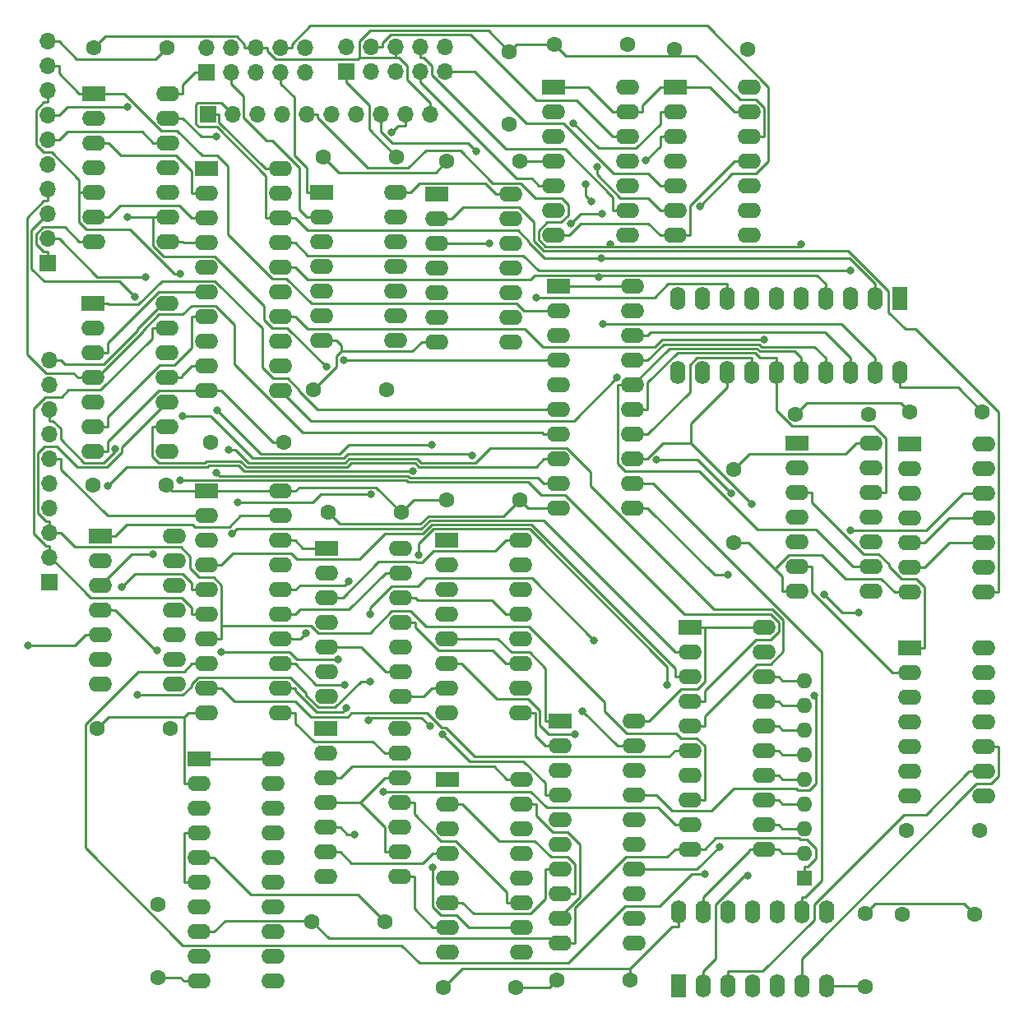
<source format=gbr>
%TF.GenerationSoftware,KiCad,Pcbnew,6.0.2+dfsg-1*%
%TF.CreationDate,2023-02-21T13:38:05-05:00*%
%TF.ProjectId,ALU,414c552e-6b69-4636-9164-5f7063625858,rev?*%
%TF.SameCoordinates,Original*%
%TF.FileFunction,Copper,L1,Top*%
%TF.FilePolarity,Positive*%
%FSLAX46Y46*%
G04 Gerber Fmt 4.6, Leading zero omitted, Abs format (unit mm)*
G04 Created by KiCad (PCBNEW 6.0.2+dfsg-1) date 2023-02-21 13:38:05*
%MOMM*%
%LPD*%
G01*
G04 APERTURE LIST*
%TA.AperFunction,ComponentPad*%
%ADD10R,2.400000X1.600000*%
%TD*%
%TA.AperFunction,ComponentPad*%
%ADD11O,2.400000X1.600000*%
%TD*%
%TA.AperFunction,ComponentPad*%
%ADD12C,1.600000*%
%TD*%
%TA.AperFunction,ComponentPad*%
%ADD13R,1.700000X1.700000*%
%TD*%
%TA.AperFunction,ComponentPad*%
%ADD14O,1.700000X1.700000*%
%TD*%
%TA.AperFunction,ComponentPad*%
%ADD15O,1.600000X2.400000*%
%TD*%
%TA.AperFunction,ComponentPad*%
%ADD16R,1.600000X2.400000*%
%TD*%
%TA.AperFunction,ComponentPad*%
%ADD17O,1.600000X1.600000*%
%TD*%
%TA.AperFunction,ComponentPad*%
%ADD18R,1.600000X1.600000*%
%TD*%
%TA.AperFunction,ViaPad*%
%ADD19C,0.800000*%
%TD*%
%TA.AperFunction,Conductor*%
%ADD20C,0.250000*%
%TD*%
G04 APERTURE END LIST*
D10*
%TO.P,U15,1,A->B*%
%TO.N,VCC*%
X57850000Y-35040000D03*
D11*
%TO.P,U15,2,A0*%
%TO.N,Net-(U13-Pad3)*%
X57850000Y-37580000D03*
%TO.P,U15,3,A1*%
%TO.N,Net-(U13-Pad6)*%
X57850000Y-40120000D03*
%TO.P,U15,4,A2*%
%TO.N,Net-(U13-Pad8)*%
X57850000Y-42660000D03*
%TO.P,U15,5,A3*%
%TO.N,Net-(U13-Pad11)*%
X57850000Y-45200000D03*
%TO.P,U15,6,A4*%
%TO.N,Net-(U14-Pad3)*%
X57850000Y-47740000D03*
%TO.P,U15,7,A5*%
%TO.N,Net-(U14-Pad6)*%
X57850000Y-50280000D03*
%TO.P,U15,8,A6*%
%TO.N,Net-(U14-Pad8)*%
X57850000Y-52820000D03*
%TO.P,U15,9,A7*%
%TO.N,Net-(U14-Pad11)*%
X57850000Y-55360000D03*
%TO.P,U15,10,GND*%
%TO.N,GND*%
X57850000Y-57900000D03*
%TO.P,U15,11,B7*%
%TO.N,/Adder/Out_{7}*%
X65470000Y-57900000D03*
%TO.P,U15,12,B6*%
%TO.N,/Adder/Out_{6}*%
X65470000Y-55360000D03*
%TO.P,U15,13,B5*%
%TO.N,/Adder/Out_{5}*%
X65470000Y-52820000D03*
%TO.P,U15,14,B4*%
%TO.N,/Adder/Out_{4}*%
X65470000Y-50280000D03*
%TO.P,U15,15,B3*%
%TO.N,/Adder/Out_{3}*%
X65470000Y-47740000D03*
%TO.P,U15,16,B2*%
%TO.N,/Adder/Out_{2}*%
X65470000Y-45200000D03*
%TO.P,U15,17,B1*%
%TO.N,/Adder/Out_{1}*%
X65470000Y-42660000D03*
%TO.P,U15,18,B0*%
%TO.N,/Adder/Out_{0}*%
X65470000Y-40120000D03*
%TO.P,U15,19,CE*%
%TO.N,/NAND/~{NAND}*%
X65470000Y-37580000D03*
%TO.P,U15,20,VCC*%
%TO.N,VCC*%
X65470000Y-35040000D03*
%TD*%
D10*
%TO.P,U2,1*%
%TO.N,Net-(J5-Pad2)*%
X81540000Y-37635000D03*
D11*
%TO.P,U2,2*%
%TO.N,/Compare/RD != RS*%
X81540000Y-40175000D03*
%TO.P,U2,3*%
%TO.N,Net-(U2-Pad3)*%
X81540000Y-42715000D03*
%TO.P,U2,4*%
%TO.N,Net-(J5-Pad3)*%
X81540000Y-45255000D03*
%TO.P,U2,5*%
%TO.N,/Compare/RD == RS*%
X81540000Y-47795000D03*
%TO.P,U2,6*%
%TO.N,Net-(U2-Pad6)*%
X81540000Y-50335000D03*
%TO.P,U2,7,GND*%
%TO.N,GND*%
X81540000Y-52875000D03*
%TO.P,U2,8*%
%TO.N,unconnected-(U2-Pad8)*%
X89160000Y-52875000D03*
%TO.P,U2,9*%
%TO.N,unconnected-(U2-Pad9)*%
X89160000Y-50335000D03*
%TO.P,U2,10*%
%TO.N,unconnected-(U2-Pad10)*%
X89160000Y-47795000D03*
%TO.P,U2,11*%
%TO.N,unconnected-(U2-Pad11)*%
X89160000Y-45255000D03*
%TO.P,U2,12*%
%TO.N,unconnected-(U2-Pad12)*%
X89160000Y-42715000D03*
%TO.P,U2,13*%
%TO.N,unconnected-(U2-Pad13)*%
X89160000Y-40175000D03*
%TO.P,U2,14,VCC*%
%TO.N,VCC*%
X89160000Y-37635000D03*
%TD*%
D10*
%TO.P,U17,1,A->B*%
%TO.N,VCC*%
X107590000Y-82240000D03*
D11*
%TO.P,U17,2,A0*%
%TO.N,/Adder/RS_{0}*%
X107590000Y-84780000D03*
%TO.P,U17,3,A1*%
%TO.N,/Adder/RS_{1}*%
X107590000Y-87320000D03*
%TO.P,U17,4,A2*%
%TO.N,/Adder/RS_{2}*%
X107590000Y-89860000D03*
%TO.P,U17,5,A3*%
%TO.N,/Adder/RS_{3}*%
X107590000Y-92400000D03*
%TO.P,U17,6,A4*%
%TO.N,/Adder/RS_{4}*%
X107590000Y-94940000D03*
%TO.P,U17,7,A5*%
%TO.N,/Adder/RS_{5}*%
X107590000Y-97480000D03*
%TO.P,U17,8,A6*%
%TO.N,/Adder/RS_{6}*%
X107590000Y-100020000D03*
%TO.P,U17,9,A7*%
%TO.N,/Adder/RS_{7}*%
X107590000Y-102560000D03*
%TO.P,U17,10,GND*%
%TO.N,GND*%
X107590000Y-105100000D03*
%TO.P,U17,11,B7*%
%TO.N,Net-(RN1-Pad2)*%
X115210000Y-105100000D03*
%TO.P,U17,12,B6*%
%TO.N,Net-(RN1-Pad3)*%
X115210000Y-102560000D03*
%TO.P,U17,13,B5*%
%TO.N,Net-(RN1-Pad4)*%
X115210000Y-100020000D03*
%TO.P,U17,14,B4*%
%TO.N,Net-(RN1-Pad5)*%
X115210000Y-97480000D03*
%TO.P,U17,15,B3*%
%TO.N,Net-(RN1-Pad6)*%
X115210000Y-94940000D03*
%TO.P,U17,16,B2*%
%TO.N,Net-(RN1-Pad7)*%
X115210000Y-92400000D03*
%TO.P,U17,17,B1*%
%TO.N,Net-(RN1-Pad8)*%
X115210000Y-89860000D03*
%TO.P,U17,18,B0*%
%TO.N,Net-(RN1-Pad9)*%
X115210000Y-87320000D03*
%TO.P,U17,19,CE*%
%TO.N,/Compare/~{CMP}*%
X115210000Y-84780000D03*
%TO.P,U17,20,VCC*%
%TO.N,VCC*%
X115210000Y-82240000D03*
%TD*%
D10*
%TO.P,U6,1*%
%TO.N,/Adder/SUB*%
X70080000Y-92720000D03*
D11*
%TO.P,U6,2*%
%TO.N,Net-(U6-Pad2)*%
X70080000Y-95260000D03*
%TO.P,U6,3*%
%TO.N,Net-(U11-Pad16)*%
X70080000Y-97800000D03*
%TO.P,U6,4*%
%TO.N,/Adder/SUB*%
X70080000Y-100340000D03*
%TO.P,U6,5*%
%TO.N,Net-(U6-Pad5)*%
X70080000Y-102880000D03*
%TO.P,U6,6*%
%TO.N,Net-(U11-Pad4)*%
X70080000Y-105420000D03*
%TO.P,U6,7,GND*%
%TO.N,GND*%
X70080000Y-107960000D03*
%TO.P,U6,8*%
%TO.N,Net-(U11-Pad7)*%
X77700000Y-107960000D03*
%TO.P,U6,9*%
%TO.N,/Adder/SUB*%
X77700000Y-105420000D03*
%TO.P,U6,10*%
%TO.N,Net-(U6-Pad10)*%
X77700000Y-102880000D03*
%TO.P,U6,11*%
%TO.N,Net-(U11-Pad11)*%
X77700000Y-100340000D03*
%TO.P,U6,12*%
%TO.N,/Adder/SUB*%
X77700000Y-97800000D03*
%TO.P,U6,13*%
%TO.N,Net-(U6-Pad13)*%
X77700000Y-95260000D03*
%TO.P,U6,14,VCC*%
%TO.N,VCC*%
X77700000Y-92720000D03*
%TD*%
%TO.P,U7,14,VCC*%
%TO.N,VCC*%
X137870000Y-84405000D03*
%TO.P,U7,13*%
%TO.N,N/C*%
X137870000Y-86945000D03*
%TO.P,U7,12*%
X137870000Y-89485000D03*
%TO.P,U7,11*%
X137870000Y-92025000D03*
%TO.P,U7,10*%
%TO.N,Net-(U20-Pad6)*%
X137870000Y-94565000D03*
%TO.P,U7,9*%
%TO.N,Net-(U20-Pad3)*%
X137870000Y-97105000D03*
%TO.P,U7,8*%
%TO.N,Net-(U21-Pad4)*%
X137870000Y-99645000D03*
%TO.P,U7,7,GND*%
%TO.N,GND*%
X130250000Y-99645000D03*
%TO.P,U7,6*%
%TO.N,Net-(U21-Pad2)*%
X130250000Y-97105000D03*
%TO.P,U7,5*%
%TO.N,Net-(U19-Pad11)*%
X130250000Y-94565000D03*
%TO.P,U7,4*%
%TO.N,Net-(U19-Pad8)*%
X130250000Y-92025000D03*
%TO.P,U7,3*%
%TO.N,Net-(U21-Pad1)*%
X130250000Y-89485000D03*
%TO.P,U7,2*%
%TO.N,Net-(U19-Pad6)*%
X130250000Y-86945000D03*
D10*
%TO.P,U7,1*%
%TO.N,Net-(U19-Pad3)*%
X130250000Y-84405000D03*
%TD*%
D12*
%TO.P,C5,2*%
%TO.N,GND*%
X130190000Y-60045000D03*
%TO.P,C5,1*%
%TO.N,VCC*%
X137690000Y-60045000D03*
%TD*%
D11*
%TO.P,U21,14,VCC*%
%TO.N,VCC*%
X137850000Y-63410000D03*
%TO.P,U21,13*%
%TO.N,Net-(U20-Pad11)*%
X137850000Y-65950000D03*
%TO.P,U21,12*%
%TO.N,Net-(U20-Pad8)*%
X137850000Y-68490000D03*
%TO.P,U21,11*%
%TO.N,Net-(U21-Pad11)*%
X137850000Y-71030000D03*
%TO.P,U21,10*%
%TO.N,Net-(U21-Pad10)*%
X137850000Y-73570000D03*
%TO.P,U21,9*%
%TO.N,Net-(U21-Pad3)*%
X137850000Y-76110000D03*
%TO.P,U21,8*%
%TO.N,/Compare/RD != RS*%
X137850000Y-78650000D03*
%TO.P,U21,7,GND*%
%TO.N,GND*%
X130230000Y-78650000D03*
%TO.P,U21,6*%
%TO.N,Net-(U21-Pad10)*%
X130230000Y-76110000D03*
%TO.P,U21,5*%
%TO.N,Net-(U21-Pad11)*%
X130230000Y-73570000D03*
%TO.P,U21,4*%
%TO.N,Net-(U21-Pad4)*%
X130230000Y-71030000D03*
%TO.P,U21,3*%
%TO.N,Net-(U21-Pad3)*%
X130230000Y-68490000D03*
%TO.P,U21,2*%
%TO.N,Net-(U21-Pad2)*%
X130230000Y-65950000D03*
D10*
%TO.P,U21,1*%
%TO.N,Net-(U21-Pad1)*%
X130230000Y-63410000D03*
%TD*%
D12*
%TO.P,C19,1*%
%TO.N,VCC*%
X58260000Y-63225000D03*
%TO.P,C19,2*%
%TO.N,GND*%
X65760000Y-63225000D03*
%TD*%
%TO.P,C18,1*%
%TO.N,VCC*%
X76350000Y-57810000D03*
%TO.P,C18,2*%
%TO.N,GND*%
X68850000Y-57810000D03*
%TD*%
%TO.P,C1,1*%
%TO.N,VCC*%
X82590000Y-69130000D03*
%TO.P,C1,2*%
%TO.N,GND*%
X90090000Y-69130000D03*
%TD*%
%TO.P,C20,1*%
%TO.N,VCC*%
X77400000Y-33815000D03*
%TO.P,C20,2*%
%TO.N,GND*%
X69900000Y-33815000D03*
%TD*%
%TO.P,C17,1*%
%TO.N,VCC*%
X136960000Y-111850000D03*
%TO.P,C17,2*%
%TO.N,GND*%
X129460000Y-111850000D03*
%TD*%
%TO.P,C15,1*%
%TO.N,VCC*%
X90090000Y-34280000D03*
%TO.P,C15,2*%
%TO.N,GND*%
X82590000Y-34280000D03*
%TD*%
D10*
%TO.P,U16,1,A->B*%
%TO.N,VCC*%
X94120000Y-47145000D03*
D11*
%TO.P,U16,2,A0*%
%TO.N,/Adder/RD_{0}*%
X94120000Y-49685000D03*
%TO.P,U16,3,A1*%
%TO.N,/Adder/RD_{1}*%
X94120000Y-52225000D03*
%TO.P,U16,4,A2*%
%TO.N,/Adder/RD_{2}*%
X94120000Y-54765000D03*
%TO.P,U16,5,A3*%
%TO.N,/Adder/RD_{3}*%
X94120000Y-57305000D03*
%TO.P,U16,6,A4*%
%TO.N,/Adder/RD_{4}*%
X94120000Y-59845000D03*
%TO.P,U16,7,A5*%
%TO.N,/Adder/RD_{5}*%
X94120000Y-62385000D03*
%TO.P,U16,8,A6*%
%TO.N,/Adder/RD_{6}*%
X94120000Y-64925000D03*
%TO.P,U16,9,A7*%
%TO.N,/Adder/RD_{7}*%
X94120000Y-67465000D03*
%TO.P,U16,10,GND*%
%TO.N,GND*%
X94120000Y-70005000D03*
%TO.P,U16,11,B7*%
%TO.N,Net-(U16-Pad11)*%
X101740000Y-70005000D03*
%TO.P,U16,12,B6*%
%TO.N,Net-(U16-Pad12)*%
X101740000Y-67465000D03*
%TO.P,U16,13,B5*%
%TO.N,Net-(U16-Pad13)*%
X101740000Y-64925000D03*
%TO.P,U16,14,B4*%
%TO.N,Net-(U16-Pad14)*%
X101740000Y-62385000D03*
%TO.P,U16,15,B3*%
%TO.N,Net-(U16-Pad15)*%
X101740000Y-59845000D03*
%TO.P,U16,16,B2*%
%TO.N,Net-(U16-Pad16)*%
X101740000Y-57305000D03*
%TO.P,U16,17,B1*%
%TO.N,Net-(U16-Pad17)*%
X101740000Y-54765000D03*
%TO.P,U16,18,B0*%
%TO.N,Net-(U16-Pad18)*%
X101740000Y-52225000D03*
%TO.P,U16,19,CE*%
%TO.N,/Compare/~{CMP}*%
X101740000Y-49685000D03*
%TO.P,U16,20,VCC*%
%TO.N,VCC*%
X101740000Y-47145000D03*
%TD*%
D10*
%TO.P,U12,1,A->B*%
%TO.N,VCC*%
X94250000Y-91925000D03*
D11*
%TO.P,U12,2,A0*%
%TO.N,Net-(U10-Pad9)*%
X94250000Y-94465000D03*
%TO.P,U12,3,A1*%
%TO.N,Net-(U10-Pad6)*%
X94250000Y-97005000D03*
%TO.P,U12,4,A2*%
%TO.N,Net-(U10-Pad2)*%
X94250000Y-99545000D03*
%TO.P,U12,5,A3*%
%TO.N,Net-(U10-Pad15)*%
X94250000Y-102085000D03*
%TO.P,U12,6,A4*%
%TO.N,Net-(U11-Pad9)*%
X94250000Y-104625000D03*
%TO.P,U12,7,A5*%
%TO.N,Net-(U11-Pad6)*%
X94250000Y-107165000D03*
%TO.P,U12,8,A6*%
%TO.N,Net-(U11-Pad2)*%
X94250000Y-109705000D03*
%TO.P,U12,9,A7*%
%TO.N,Net-(U11-Pad15)*%
X94250000Y-112245000D03*
%TO.P,U12,10,GND*%
%TO.N,GND*%
X94250000Y-114785000D03*
%TO.P,U12,11,B7*%
%TO.N,/Adder/Out_{7}*%
X101870000Y-114785000D03*
%TO.P,U12,12,B6*%
%TO.N,/Adder/Out_{6}*%
X101870000Y-112245000D03*
%TO.P,U12,13,B5*%
%TO.N,/Adder/Out_{5}*%
X101870000Y-109705000D03*
%TO.P,U12,14,B4*%
%TO.N,/Adder/Out_{4}*%
X101870000Y-107165000D03*
%TO.P,U12,15,B3*%
%TO.N,/Adder/Out_{3}*%
X101870000Y-104625000D03*
%TO.P,U12,16,B2*%
%TO.N,/Adder/Out_{2}*%
X101870000Y-102085000D03*
%TO.P,U12,17,B1*%
%TO.N,/Adder/Out_{1}*%
X101870000Y-99545000D03*
%TO.P,U12,18,B0*%
%TO.N,/Adder/Out_{0}*%
X101870000Y-97005000D03*
%TO.P,U12,19,CE*%
%TO.N,/Adder/~{Adder}*%
X101870000Y-94465000D03*
%TO.P,U12,20,VCC*%
%TO.N,VCC*%
X101870000Y-91925000D03*
%TD*%
D10*
%TO.P,U9,1,A->B*%
%TO.N,VCC*%
X57080000Y-95850000D03*
D11*
%TO.P,U9,2,A0*%
%TO.N,GND*%
X57080000Y-98390000D03*
%TO.P,U9,3,A1*%
X57080000Y-100930000D03*
%TO.P,U9,4,A2*%
X57080000Y-103470000D03*
%TO.P,U9,5,A3*%
%TO.N,VCC*%
X57080000Y-106010000D03*
%TO.P,U9,6,A4*%
%TO.N,GND*%
X57080000Y-108550000D03*
%TO.P,U9,7,A5*%
X57080000Y-111090000D03*
%TO.P,U9,8,A6*%
X57080000Y-113630000D03*
%TO.P,U9,9,A7*%
X57080000Y-116170000D03*
%TO.P,U9,10,GND*%
X57080000Y-118710000D03*
%TO.P,U9,11,B7*%
%TO.N,Net-(U6-Pad13)*%
X64700000Y-118710000D03*
%TO.P,U9,12,B6*%
%TO.N,Net-(U6-Pad10)*%
X64700000Y-116170000D03*
%TO.P,U9,13,B5*%
%TO.N,Net-(U6-Pad5)*%
X64700000Y-113630000D03*
%TO.P,U9,14,B4*%
%TO.N,Net-(U6-Pad2)*%
X64700000Y-111090000D03*
%TO.P,U9,15,B3*%
%TO.N,Net-(U4-Pad13)*%
X64700000Y-108550000D03*
%TO.P,U9,16,B2*%
%TO.N,Net-(U4-Pad10)*%
X64700000Y-106010000D03*
%TO.P,U9,17,B1*%
%TO.N,Net-(U4-Pad4)*%
X64700000Y-103470000D03*
%TO.P,U9,18,B0*%
%TO.N,Net-(U4-Pad1)*%
X64700000Y-100930000D03*
%TO.P,U9,19,CE*%
%TO.N,Net-(U5-Pad2)*%
X64700000Y-98390000D03*
%TO.P,U9,20,VCC*%
%TO.N,VCC*%
X64700000Y-95850000D03*
%TD*%
D10*
%TO.P,U8,1,A->B*%
%TO.N,VCC*%
X57850000Y-68240000D03*
D11*
%TO.P,U8,2,A0*%
%TO.N,/Adder/RS_{3}*%
X57850000Y-70780000D03*
%TO.P,U8,3,A1*%
%TO.N,/Adder/RS_{2}*%
X57850000Y-73320000D03*
%TO.P,U8,4,A2*%
%TO.N,/Adder/RS_{1}*%
X57850000Y-75860000D03*
%TO.P,U8,5,A3*%
%TO.N,/Adder/RS_{0}*%
X57850000Y-78400000D03*
%TO.P,U8,6,A4*%
%TO.N,/Adder/RS_{7}*%
X57850000Y-80940000D03*
%TO.P,U8,7,A5*%
%TO.N,/Adder/RS_{6}*%
X57850000Y-83480000D03*
%TO.P,U8,8,A6*%
%TO.N,/Adder/RS_{5}*%
X57850000Y-86020000D03*
%TO.P,U8,9,A7*%
%TO.N,/Adder/RS_{4}*%
X57850000Y-88560000D03*
%TO.P,U8,10,GND*%
%TO.N,GND*%
X57850000Y-91100000D03*
%TO.P,U8,11,B7*%
%TO.N,Net-(U6-Pad13)*%
X65470000Y-91100000D03*
%TO.P,U8,12,B6*%
%TO.N,Net-(U6-Pad10)*%
X65470000Y-88560000D03*
%TO.P,U8,13,B5*%
%TO.N,Net-(U6-Pad5)*%
X65470000Y-86020000D03*
%TO.P,U8,14,B4*%
%TO.N,Net-(U6-Pad2)*%
X65470000Y-83480000D03*
%TO.P,U8,15,B3*%
%TO.N,Net-(U4-Pad13)*%
X65470000Y-80940000D03*
%TO.P,U8,16,B2*%
%TO.N,Net-(U4-Pad10)*%
X65470000Y-78400000D03*
%TO.P,U8,17,B1*%
%TO.N,Net-(U4-Pad4)*%
X65470000Y-75860000D03*
%TO.P,U8,18,B0*%
%TO.N,Net-(U4-Pad1)*%
X65470000Y-73320000D03*
%TO.P,U8,19,CE*%
%TO.N,/Adder/~{RS}{slash}1*%
X65470000Y-70780000D03*
%TO.P,U8,20,VCC*%
%TO.N,VCC*%
X65470000Y-68240000D03*
%TD*%
D12*
%TO.P,C22,1*%
%TO.N,VCC*%
X101410000Y-118620000D03*
%TO.P,C22,2*%
%TO.N,GND*%
X93910000Y-118620000D03*
%TD*%
D13*
%TO.P,J4,1,Pin_1*%
%TO.N,VCC*%
X57970000Y-29440000D03*
D14*
%TO.P,J4,2,Pin_2*%
%TO.N,/Adder/Out_{0}*%
X60510000Y-29440000D03*
%TO.P,J4,3,Pin_3*%
%TO.N,/Adder/Out_{1}*%
X63050000Y-29440000D03*
%TO.P,J4,4,Pin_4*%
%TO.N,/Adder/Out_{2}*%
X65590000Y-29440000D03*
%TO.P,J4,5,Pin_5*%
%TO.N,/Adder/Out_{3}*%
X68130000Y-29440000D03*
%TO.P,J4,6,Pin_6*%
%TO.N,/Adder/Out_{4}*%
X70670000Y-29440000D03*
%TO.P,J4,7,Pin_7*%
%TO.N,/Adder/Out_{5}*%
X73210000Y-29440000D03*
%TO.P,J4,8,Pin_8*%
%TO.N,/Adder/Out_{6}*%
X75750000Y-29440000D03*
%TO.P,J4,9,Pin_9*%
%TO.N,/Adder/Out_{7}*%
X78290000Y-29440000D03*
%TO.P,J4,10,Pin_10*%
%TO.N,GND*%
X80830000Y-29440000D03*
%TD*%
D10*
%TO.P,U22,1*%
%TO.N,Net-(J3-Pad7)*%
X69680000Y-37460000D03*
D11*
%TO.P,U22,2*%
%TO.N,Net-(J3-Pad3)*%
X69680000Y-40000000D03*
%TO.P,U22,3*%
%TO.N,/CLK*%
X69680000Y-42540000D03*
%TO.P,U22,4*%
%TO.N,N/C*%
X69680000Y-45080000D03*
%TO.P,U22,5*%
X69680000Y-47620000D03*
%TO.P,U22,6*%
X69680000Y-50160000D03*
%TO.P,U22,7,GND*%
%TO.N,GND*%
X69680000Y-52700000D03*
%TO.P,U22,8*%
%TO.N,N/C*%
X77300000Y-52700000D03*
%TO.P,U22,9*%
X77300000Y-50160000D03*
%TO.P,U22,10*%
X77300000Y-47620000D03*
%TO.P,U22,11*%
X77300000Y-45080000D03*
%TO.P,U22,12*%
X77300000Y-42540000D03*
%TO.P,U22,13*%
X77300000Y-40000000D03*
%TO.P,U22,14,VCC*%
%TO.N,VCC*%
X77300000Y-37460000D03*
%TD*%
D12*
%TO.P,C10,2*%
%TO.N,GND*%
X125620000Y-119230000D03*
%TO.P,C10,1*%
%TO.N,VCC*%
X125620000Y-111730000D03*
%TD*%
%TO.P,C3,1*%
%TO.N,VCC*%
X77880000Y-70410000D03*
%TO.P,C3,2*%
%TO.N,GND*%
X70380000Y-70410000D03*
%TD*%
D10*
%TO.P,U10,1,A4*%
%TO.N,/Adder/RD_{3}*%
X82570000Y-73270000D03*
D11*
%TO.P,U10,2,S3*%
%TO.N,Net-(U10-Pad2)*%
X82570000Y-75810000D03*
%TO.P,U10,3,A3*%
%TO.N,/Adder/RD_{2}*%
X82570000Y-78350000D03*
%TO.P,U10,4,B3*%
%TO.N,Net-(U10-Pad4)*%
X82570000Y-80890000D03*
%TO.P,U10,5,VCC*%
%TO.N,VCC*%
X82570000Y-83430000D03*
%TO.P,U10,6,S2*%
%TO.N,Net-(U10-Pad6)*%
X82570000Y-85970000D03*
%TO.P,U10,7,B2*%
%TO.N,Net-(U10-Pad7)*%
X82570000Y-88510000D03*
%TO.P,U10,8,A2*%
%TO.N,/Adder/RD_{1}*%
X82570000Y-91050000D03*
%TO.P,U10,9,S1*%
%TO.N,Net-(U10-Pad9)*%
X90190000Y-91050000D03*
%TO.P,U10,10,A1*%
%TO.N,/Adder/RD_{0}*%
X90190000Y-88510000D03*
%TO.P,U10,11,B1*%
%TO.N,Net-(U10-Pad11)*%
X90190000Y-85970000D03*
%TO.P,U10,12,GND*%
%TO.N,GND*%
X90190000Y-83430000D03*
%TO.P,U10,13,C0*%
%TO.N,/Adder/SUB*%
X90190000Y-80890000D03*
%TO.P,U10,14,C4*%
%TO.N,/Adder/C_{Flag}*%
X90190000Y-78350000D03*
%TO.P,U10,15,S4*%
%TO.N,Net-(U10-Pad15)*%
X90190000Y-75810000D03*
%TO.P,U10,16,B4*%
%TO.N,Net-(U10-Pad16)*%
X90190000Y-73270000D03*
%TD*%
D12*
%TO.P,C2,2*%
%TO.N,GND*%
X118490000Y-60295000D03*
%TO.P,C2,1*%
%TO.N,VCC*%
X125990000Y-60295000D03*
%TD*%
D10*
%TO.P,U11,1,A4*%
%TO.N,/Adder/RD_{7}*%
X82670000Y-97890000D03*
D11*
%TO.P,U11,2,S3*%
%TO.N,Net-(U11-Pad2)*%
X82670000Y-100430000D03*
%TO.P,U11,3,A3*%
%TO.N,/Adder/RD_{6}*%
X82670000Y-102970000D03*
%TO.P,U11,4,B3*%
%TO.N,Net-(U11-Pad4)*%
X82670000Y-105510000D03*
%TO.P,U11,5,VCC*%
%TO.N,VCC*%
X82670000Y-108050000D03*
%TO.P,U11,6,S2*%
%TO.N,Net-(U11-Pad6)*%
X82670000Y-110590000D03*
%TO.P,U11,7,B2*%
%TO.N,Net-(U11-Pad7)*%
X82670000Y-113130000D03*
%TO.P,U11,8,A2*%
%TO.N,/Adder/RD_{5}*%
X82670000Y-115670000D03*
%TO.P,U11,9,S1*%
%TO.N,Net-(U11-Pad9)*%
X90290000Y-115670000D03*
%TO.P,U11,10,A1*%
%TO.N,/Adder/RD_{4}*%
X90290000Y-113130000D03*
%TO.P,U11,11,B1*%
%TO.N,Net-(U11-Pad11)*%
X90290000Y-110590000D03*
%TO.P,U11,12,GND*%
%TO.N,GND*%
X90290000Y-108050000D03*
%TO.P,U11,13,C0*%
%TO.N,/Adder/C_{Flag}*%
X90290000Y-105510000D03*
%TO.P,U11,14,C4*%
%TO.N,/Adder/C_{Out}*%
X90290000Y-102970000D03*
%TO.P,U11,15,S4*%
%TO.N,Net-(U11-Pad15)*%
X90290000Y-100430000D03*
%TO.P,U11,16,B4*%
%TO.N,Net-(U11-Pad16)*%
X90290000Y-97890000D03*
%TD*%
D12*
%TO.P,C21,1*%
%TO.N,VCC*%
X52880000Y-110800000D03*
%TO.P,C21,2*%
%TO.N,GND*%
X52880000Y-118300000D03*
%TD*%
%TO.P,C16,1*%
%TO.N,VCC*%
X89010000Y-30460000D03*
%TO.P,C16,2*%
%TO.N,GND*%
X89010000Y-22960000D03*
%TD*%
D15*
%TO.P,U18,20,VCC*%
%TO.N,VCC*%
X129185000Y-56030000D03*
%TO.P,U18,19,CE*%
%TO.N,Net-(U18-Pad19)*%
X126645000Y-56030000D03*
%TO.P,U18,18,B0*%
%TO.N,Net-(U16-Pad18)*%
X124105000Y-56030000D03*
%TO.P,U18,17,B1*%
%TO.N,Net-(U16-Pad17)*%
X121565000Y-56030000D03*
%TO.P,U18,16,B2*%
%TO.N,Net-(U16-Pad16)*%
X119025000Y-56030000D03*
%TO.P,U18,15,B3*%
%TO.N,Net-(U16-Pad15)*%
X116485000Y-56030000D03*
%TO.P,U18,14,B4*%
%TO.N,Net-(U16-Pad14)*%
X113945000Y-56030000D03*
%TO.P,U18,13,B5*%
%TO.N,Net-(U16-Pad13)*%
X111405000Y-56030000D03*
%TO.P,U18,12,B6*%
%TO.N,Net-(U16-Pad12)*%
X108865000Y-56030000D03*
%TO.P,U18,11,B7*%
%TO.N,Net-(U16-Pad11)*%
X106325000Y-56030000D03*
%TO.P,U18,10,GND*%
%TO.N,GND*%
X106325000Y-48410000D03*
%TO.P,U18,9,A7*%
%TO.N,/Adder/Out_{7}*%
X108865000Y-48410000D03*
%TO.P,U18,8,A6*%
%TO.N,/Adder/Out_{6}*%
X111405000Y-48410000D03*
%TO.P,U18,7,A5*%
%TO.N,/Adder/Out_{5}*%
X113945000Y-48410000D03*
%TO.P,U18,6,A4*%
%TO.N,/Adder/Out_{4}*%
X116485000Y-48410000D03*
%TO.P,U18,5,A3*%
%TO.N,/Adder/Out_{3}*%
X119025000Y-48410000D03*
%TO.P,U18,4,A2*%
%TO.N,/Adder/Out_{2}*%
X121565000Y-48410000D03*
%TO.P,U18,3,A1*%
%TO.N,/Adder/Out_{1}*%
X124105000Y-48410000D03*
%TO.P,U18,2,A0*%
%TO.N,/Adder/Out_{0}*%
X126645000Y-48410000D03*
D16*
%TO.P,U18,1,A->B*%
%TO.N,VCC*%
X129185000Y-48410000D03*
%TD*%
D13*
%TO.P,J5,1,Pin_1*%
%TO.N,VCC*%
X72220000Y-24990000D03*
D14*
%TO.P,J5,2,Pin_2*%
%TO.N,Net-(J5-Pad2)*%
X72220000Y-22450000D03*
%TO.P,J5,3,Pin_3*%
%TO.N,Net-(J5-Pad3)*%
X74760000Y-24990000D03*
%TO.P,J5,4,Pin_4*%
%TO.N,Net-(J5-Pad4)*%
X74760000Y-22450000D03*
%TO.P,J5,5,Pin_5*%
%TO.N,Net-(J5-Pad5)*%
X77300000Y-24990000D03*
%TO.P,J5,6,Pin_6*%
%TO.N,GND*%
X77300000Y-22450000D03*
%TO.P,J5,7,Pin_7*%
%TO.N,Net-(J5-Pad7)*%
X79840000Y-24990000D03*
%TO.P,J5,8,Pin_8*%
%TO.N,Net-(J5-Pad8)*%
X79840000Y-22450000D03*
%TO.P,J5,9,Pin_9*%
%TO.N,Net-(J5-Pad9)*%
X82380000Y-24990000D03*
%TO.P,J5,10,Pin_10*%
%TO.N,Net-(J5-Pad10)*%
X82380000Y-22450000D03*
%TD*%
D10*
%TO.P,U3,1,C*%
%TO.N,/CLK*%
X106080000Y-26655000D03*
D11*
%TO.P,U3,2,K*%
%TO.N,Net-(U2-Pad6)*%
X106080000Y-29195000D03*
%TO.P,U3,3,J*%
%TO.N,Net-(U2-Pad3)*%
X106080000Y-31735000D03*
%TO.P,U3,4,~{S}*%
%TO.N,VCC*%
X106080000Y-34275000D03*
%TO.P,U3,5,Q*%
%TO.N,Net-(J5-Pad9)*%
X106080000Y-36815000D03*
%TO.P,U3,6,~{Q}*%
%TO.N,Net-(J5-Pad10)*%
X106080000Y-39355000D03*
%TO.P,U3,7,GND*%
%TO.N,GND*%
X106080000Y-41895000D03*
%TO.P,U3,8,~{Q}*%
%TO.N,unconnected-(U3-Pad8)*%
X113700000Y-41895000D03*
%TO.P,U3,9,Q*%
%TO.N,unconnected-(U3-Pad9)*%
X113700000Y-39355000D03*
%TO.P,U3,10,~{S}*%
%TO.N,VCC*%
X113700000Y-36815000D03*
%TO.P,U3,11,J*%
%TO.N,GND*%
X113700000Y-34275000D03*
%TO.P,U3,12,K*%
X113700000Y-31735000D03*
%TO.P,U3,13,C*%
%TO.N,/CLK*%
X113700000Y-29195000D03*
%TO.P,U3,14,VCC*%
%TO.N,VCC*%
X113700000Y-26655000D03*
%TD*%
D12*
%TO.P,C12,1*%
%TO.N,VCC*%
X53680000Y-67655000D03*
%TO.P,C12,2*%
%TO.N,GND*%
X46180000Y-67655000D03*
%TD*%
D13*
%TO.P,J2,1,Pin_1*%
%TO.N,GND*%
X41675000Y-77580000D03*
D14*
%TO.P,J2,2,Pin_2*%
%TO.N,/Adder/RS_{7}*%
X41675000Y-75040000D03*
%TO.P,J2,3,Pin_3*%
%TO.N,/Adder/RS_{6}*%
X41675000Y-72500000D03*
%TO.P,J2,4,Pin_4*%
%TO.N,/Adder/RS_{5}*%
X41675000Y-69960000D03*
%TO.P,J2,5,Pin_5*%
%TO.N,/Adder/RS_{4}*%
X41675000Y-67420000D03*
%TO.P,J2,6,Pin_6*%
%TO.N,/Adder/RS_{3}*%
X41675000Y-64880000D03*
%TO.P,J2,7,Pin_7*%
%TO.N,/Adder/RS_{2}*%
X41675000Y-62340000D03*
%TO.P,J2,8,Pin_8*%
%TO.N,/Adder/RS_{1}*%
X41675000Y-59800000D03*
%TO.P,J2,9,Pin_9*%
%TO.N,/Adder/RS_{0}*%
X41675000Y-57260000D03*
%TO.P,J2,10,Pin_10*%
%TO.N,VCC*%
X41675000Y-54720000D03*
%TD*%
D10*
%TO.P,U1,1,C*%
%TO.N,/CLK*%
X93595500Y-26639500D03*
D11*
%TO.P,U1,2,K*%
%TO.N,Net-(J5-Pad5)*%
X93595500Y-29179500D03*
%TO.P,U1,3,J*%
%TO.N,/Adder/C_{Out}*%
X93595500Y-31719500D03*
%TO.P,U1,4,~{S}*%
%TO.N,VCC*%
X93595500Y-34259500D03*
%TO.P,U1,5,Q*%
%TO.N,Net-(J5-Pad7)*%
X93595500Y-36799500D03*
%TO.P,U1,6,~{Q}*%
%TO.N,unconnected-(U1-Pad6)*%
X93595500Y-39339500D03*
%TO.P,U1,7,GND*%
%TO.N,GND*%
X93595500Y-41879500D03*
%TO.P,U1,8,~{Q}*%
%TO.N,unconnected-(U1-Pad8)*%
X101215500Y-41879500D03*
%TO.P,U1,9,Q*%
%TO.N,Net-(J5-Pad8)*%
X101215500Y-39339500D03*
%TO.P,U1,10,~{S}*%
%TO.N,VCC*%
X101215500Y-36799500D03*
%TO.P,U1,11,J*%
%TO.N,/Adder/C_{Flag}*%
X101215500Y-34259500D03*
%TO.P,U1,12,K*%
%TO.N,Net-(J5-Pad4)*%
X101215500Y-31719500D03*
%TO.P,U1,13,C*%
%TO.N,/CLK*%
X101215500Y-29179500D03*
%TO.P,U1,14,VCC*%
%TO.N,VCC*%
X101215500Y-26639500D03*
%TD*%
D10*
%TO.P,U13,1*%
%TO.N,/Adder/RD_{0}*%
X46280000Y-27290000D03*
D11*
%TO.P,U13,2*%
%TO.N,/Adder/RS_{0}*%
X46280000Y-29830000D03*
%TO.P,U13,3*%
%TO.N,Net-(U13-Pad3)*%
X46280000Y-32370000D03*
%TO.P,U13,4*%
%TO.N,/Adder/RS_{1}*%
X46280000Y-34910000D03*
%TO.P,U13,5*%
%TO.N,/Adder/RD_{1}*%
X46280000Y-37450000D03*
%TO.P,U13,6*%
%TO.N,Net-(U13-Pad6)*%
X46280000Y-39990000D03*
%TO.P,U13,7,GND*%
%TO.N,GND*%
X46280000Y-42530000D03*
%TO.P,U13,8*%
%TO.N,Net-(U13-Pad8)*%
X53900000Y-42530000D03*
%TO.P,U13,9*%
%TO.N,/Adder/RD_{2}*%
X53900000Y-39990000D03*
%TO.P,U13,10*%
%TO.N,/Adder/RS_{2}*%
X53900000Y-37450000D03*
%TO.P,U13,11*%
%TO.N,Net-(U13-Pad11)*%
X53900000Y-34910000D03*
%TO.P,U13,12*%
%TO.N,/Adder/RD_{3}*%
X53900000Y-32370000D03*
%TO.P,U13,13*%
%TO.N,/Adder/RS_{3}*%
X53900000Y-29830000D03*
%TO.P,U13,14,VCC*%
%TO.N,VCC*%
X53900000Y-27290000D03*
%TD*%
D15*
%TO.P,U20,14,VCC*%
%TO.N,VCC*%
X106425000Y-111580000D03*
%TO.P,U20,13*%
%TO.N,Net-(RN1-Pad2)*%
X108965000Y-111580000D03*
%TO.P,U20,12*%
%TO.N,Net-(U16-Pad11)*%
X111505000Y-111580000D03*
%TO.P,U20,11*%
%TO.N,Net-(U20-Pad11)*%
X114045000Y-111580000D03*
%TO.P,U20,10*%
%TO.N,Net-(RN1-Pad3)*%
X116585000Y-111580000D03*
%TO.P,U20,9*%
%TO.N,Net-(U16-Pad12)*%
X119125000Y-111580000D03*
%TO.P,U20,8*%
%TO.N,Net-(U20-Pad8)*%
X121665000Y-111580000D03*
%TO.P,U20,7,GND*%
%TO.N,GND*%
X121665000Y-119200000D03*
%TO.P,U20,6*%
%TO.N,Net-(U20-Pad6)*%
X119125000Y-119200000D03*
%TO.P,U20,5*%
%TO.N,Net-(RN1-Pad4)*%
X116585000Y-119200000D03*
%TO.P,U20,4*%
%TO.N,Net-(U16-Pad13)*%
X114045000Y-119200000D03*
%TO.P,U20,3*%
%TO.N,Net-(U20-Pad3)*%
X111505000Y-119200000D03*
%TO.P,U20,2*%
%TO.N,Net-(RN1-Pad5)*%
X108965000Y-119200000D03*
D16*
%TO.P,U20,1*%
%TO.N,Net-(U16-Pad14)*%
X106425000Y-119200000D03*
%TD*%
D12*
%TO.P,C11,1*%
%TO.N,VCC*%
X54090000Y-92670000D03*
%TO.P,C11,2*%
%TO.N,GND*%
X46590000Y-92670000D03*
%TD*%
%TO.P,C9,1*%
%TO.N,VCC*%
X76200000Y-112585000D03*
%TO.P,C9,2*%
%TO.N,GND*%
X68700000Y-112585000D03*
%TD*%
%TO.P,C13,1*%
%TO.N,VCC*%
X113520000Y-22730000D03*
%TO.P,C13,2*%
%TO.N,GND*%
X106020000Y-22730000D03*
%TD*%
%TO.P,C8,1*%
%TO.N,VCC*%
X53740000Y-22595000D03*
%TO.P,C8,2*%
%TO.N,GND*%
X46240000Y-22595000D03*
%TD*%
%TO.P,C14,1*%
%TO.N,VCC*%
X112110000Y-66020000D03*
%TO.P,C14,2*%
%TO.N,GND*%
X112110000Y-73520000D03*
%TD*%
D10*
%TO.P,U5,1*%
%TO.N,/Adder/~{RS}{slash}1*%
X46920000Y-72835000D03*
D11*
%TO.P,U5,2*%
%TO.N,Net-(U5-Pad2)*%
X46920000Y-75375000D03*
%TO.P,U5,3*%
%TO.N,/Compare/RD != RS*%
X46920000Y-77915000D03*
%TO.P,U5,4*%
%TO.N,/Compare/RD == RS*%
X46920000Y-80455000D03*
%TO.P,U5,5*%
%TO.N,/Compare/~{CMP}*%
X46920000Y-82995000D03*
%TO.P,U5,6*%
%TO.N,Net-(U18-Pad19)*%
X46920000Y-85535000D03*
%TO.P,U5,7,GND*%
%TO.N,GND*%
X46920000Y-88075000D03*
%TO.P,U5,8*%
%TO.N,unconnected-(U5-Pad8)*%
X54540000Y-88075000D03*
%TO.P,U5,9*%
%TO.N,unconnected-(U5-Pad9)*%
X54540000Y-85535000D03*
%TO.P,U5,10*%
%TO.N,unconnected-(U5-Pad10)*%
X54540000Y-82995000D03*
%TO.P,U5,11*%
%TO.N,unconnected-(U5-Pad11)*%
X54540000Y-80455000D03*
%TO.P,U5,12*%
%TO.N,unconnected-(U5-Pad12)*%
X54540000Y-77915000D03*
%TO.P,U5,13*%
%TO.N,unconnected-(U5-Pad13)*%
X54540000Y-75375000D03*
%TO.P,U5,14,VCC*%
%TO.N,VCC*%
X54540000Y-72835000D03*
%TD*%
D13*
%TO.P,J1,1,Pin_1*%
%TO.N,GND*%
X41485000Y-44780000D03*
D14*
%TO.P,J1,2,Pin_2*%
%TO.N,/Adder/RD_{7}*%
X41485000Y-42240000D03*
%TO.P,J1,3,Pin_3*%
%TO.N,/Adder/RD_{6}*%
X41485000Y-39700000D03*
%TO.P,J1,4,Pin_4*%
%TO.N,/Adder/RD_{5}*%
X41485000Y-37160000D03*
%TO.P,J1,5,Pin_5*%
%TO.N,/Adder/RD_{4}*%
X41485000Y-34620000D03*
%TO.P,J1,6,Pin_6*%
%TO.N,/Adder/RD_{3}*%
X41485000Y-32080000D03*
%TO.P,J1,7,Pin_7*%
%TO.N,/Adder/RD_{2}*%
X41485000Y-29540000D03*
%TO.P,J1,8,Pin_8*%
%TO.N,/Adder/RD_{1}*%
X41485000Y-27000000D03*
%TO.P,J1,9,Pin_9*%
%TO.N,/Adder/RD_{0}*%
X41485000Y-24460000D03*
%TO.P,J1,10,Pin_10*%
%TO.N,VCC*%
X41485000Y-21920000D03*
%TD*%
D12*
%TO.P,C4,2*%
%TO.N,GND*%
X129930000Y-103210000D03*
%TO.P,C4,1*%
%TO.N,VCC*%
X137430000Y-103210000D03*
%TD*%
D10*
%TO.P,U14,1*%
%TO.N,/Adder/RD_{4}*%
X46160000Y-48925000D03*
D11*
%TO.P,U14,2*%
%TO.N,/Adder/RS_{4}*%
X46160000Y-51465000D03*
%TO.P,U14,3*%
%TO.N,Net-(U14-Pad3)*%
X46160000Y-54005000D03*
%TO.P,U14,4*%
%TO.N,/Adder/RD_{5}*%
X46160000Y-56545000D03*
%TO.P,U14,5*%
%TO.N,/Adder/RS_{5}*%
X46160000Y-59085000D03*
%TO.P,U14,6*%
%TO.N,Net-(U14-Pad6)*%
X46160000Y-61625000D03*
%TO.P,U14,7,GND*%
%TO.N,GND*%
X46160000Y-64165000D03*
%TO.P,U14,8*%
%TO.N,Net-(U14-Pad8)*%
X53780000Y-64165000D03*
%TO.P,U14,9*%
%TO.N,/Adder/RD_{6}*%
X53780000Y-61625000D03*
%TO.P,U14,10*%
%TO.N,/Adder/RS_{6}*%
X53780000Y-59085000D03*
%TO.P,U14,11*%
%TO.N,Net-(U14-Pad11)*%
X53780000Y-56545000D03*
%TO.P,U14,12*%
%TO.N,/Adder/RD_{7}*%
X53780000Y-54005000D03*
%TO.P,U14,13*%
%TO.N,/Adder/RS_{7}*%
X53780000Y-51465000D03*
%TO.P,U14,14,VCC*%
%TO.N,VCC*%
X53780000Y-48925000D03*
%TD*%
D12*
%TO.P,C7,1*%
%TO.N,VCC*%
X101165500Y-22244500D03*
%TO.P,C7,2*%
%TO.N,GND*%
X93665500Y-22244500D03*
%TD*%
%TO.P,C6,1*%
%TO.N,VCC*%
X82210000Y-119380000D03*
%TO.P,C6,2*%
%TO.N,GND*%
X89710000Y-119380000D03*
%TD*%
D10*
%TO.P,U4,1*%
%TO.N,Net-(U4-Pad1)*%
X70200000Y-74105000D03*
D11*
%TO.P,U4,2*%
%TO.N,/Adder/SUB*%
X70200000Y-76645000D03*
%TO.P,U4,3*%
%TO.N,Net-(U10-Pad16)*%
X70200000Y-79185000D03*
%TO.P,U4,4*%
%TO.N,Net-(U4-Pad4)*%
X70200000Y-81725000D03*
%TO.P,U4,5*%
%TO.N,/Adder/SUB*%
X70200000Y-84265000D03*
%TO.P,U4,6*%
%TO.N,Net-(U10-Pad4)*%
X70200000Y-86805000D03*
%TO.P,U4,7,GND*%
%TO.N,GND*%
X70200000Y-89345000D03*
%TO.P,U4,8*%
%TO.N,Net-(U10-Pad7)*%
X77820000Y-89345000D03*
%TO.P,U4,9*%
%TO.N,/Adder/SUB*%
X77820000Y-86805000D03*
%TO.P,U4,10*%
%TO.N,Net-(U4-Pad10)*%
X77820000Y-84265000D03*
%TO.P,U4,11*%
%TO.N,Net-(U10-Pad11)*%
X77820000Y-81725000D03*
%TO.P,U4,12*%
%TO.N,/Adder/SUB*%
X77820000Y-79185000D03*
%TO.P,U4,13*%
%TO.N,Net-(U4-Pad13)*%
X77820000Y-76645000D03*
%TO.P,U4,14,VCC*%
%TO.N,VCC*%
X77820000Y-74105000D03*
%TD*%
D17*
%TO.P,RN1,9,R8*%
%TO.N,Net-(RN1-Pad9)*%
X119420000Y-87735000D03*
%TO.P,RN1,8,R7*%
%TO.N,Net-(RN1-Pad8)*%
X119420000Y-90275000D03*
%TO.P,RN1,7,R6*%
%TO.N,Net-(RN1-Pad7)*%
X119420000Y-92815000D03*
%TO.P,RN1,6,R5*%
%TO.N,Net-(RN1-Pad6)*%
X119420000Y-95355000D03*
%TO.P,RN1,5,R4*%
%TO.N,Net-(RN1-Pad5)*%
X119420000Y-97895000D03*
%TO.P,RN1,4,R3*%
%TO.N,Net-(RN1-Pad4)*%
X119420000Y-100435000D03*
%TO.P,RN1,3,R2*%
%TO.N,Net-(RN1-Pad3)*%
X119420000Y-102975000D03*
%TO.P,RN1,2,R1*%
%TO.N,Net-(RN1-Pad2)*%
X119420000Y-105515000D03*
D18*
%TO.P,RN1,1,common*%
%TO.N,GND*%
X119420000Y-108055000D03*
%TD*%
D13*
%TO.P,J3,1,Pin_1*%
%TO.N,VCC*%
X57850000Y-25120000D03*
D14*
%TO.P,J3,2,Pin_2*%
%TO.N,/Adder/SUB*%
X57850000Y-22580000D03*
%TO.P,J3,3,Pin_3*%
%TO.N,Net-(J3-Pad3)*%
X60390000Y-25120000D03*
%TO.P,J3,4,Pin_4*%
%TO.N,unconnected-(J3-Pad4)*%
X60390000Y-22580000D03*
%TO.P,J3,5,Pin_5*%
%TO.N,/NAND/~{NAND}*%
X62930000Y-25120000D03*
%TO.P,J3,6,Pin_6*%
%TO.N,GND*%
X62930000Y-22580000D03*
%TO.P,J3,7,Pin_7*%
%TO.N,Net-(J3-Pad7)*%
X65470000Y-25120000D03*
%TO.P,J3,8,Pin_8*%
%TO.N,/Compare/~{CMP}*%
X65470000Y-22580000D03*
%TO.P,J3,9,Pin_9*%
%TO.N,/Adder/~{RS}{slash}1*%
X68010000Y-25120000D03*
%TO.P,J3,10,Pin_10*%
%TO.N,/Adder/~{Adder}*%
X68010000Y-22580000D03*
%TD*%
D11*
%TO.P,U19,14,VCC*%
%TO.N,VCC*%
X126270000Y-63280000D03*
%TO.P,U19,13*%
%TO.N,Net-(RN1-Pad6)*%
X126270000Y-65820000D03*
%TO.P,U19,12*%
%TO.N,Net-(U16-Pad15)*%
X126270000Y-68360000D03*
%TO.P,U19,11*%
%TO.N,Net-(U19-Pad11)*%
X126270000Y-70900000D03*
%TO.P,U19,10*%
%TO.N,Net-(RN1-Pad7)*%
X126270000Y-73440000D03*
%TO.P,U19,9*%
%TO.N,Net-(U16-Pad16)*%
X126270000Y-75980000D03*
%TO.P,U19,8*%
%TO.N,Net-(U19-Pad8)*%
X126270000Y-78520000D03*
%TO.P,U19,7,GND*%
%TO.N,GND*%
X118650000Y-78520000D03*
%TO.P,U19,6*%
%TO.N,Net-(U19-Pad6)*%
X118650000Y-75980000D03*
%TO.P,U19,5*%
%TO.N,Net-(RN1-Pad8)*%
X118650000Y-73440000D03*
%TO.P,U19,4*%
%TO.N,Net-(U16-Pad17)*%
X118650000Y-70900000D03*
%TO.P,U19,3*%
%TO.N,Net-(U19-Pad3)*%
X118650000Y-68360000D03*
%TO.P,U19,2*%
%TO.N,Net-(RN1-Pad9)*%
X118650000Y-65820000D03*
D10*
%TO.P,U19,1*%
%TO.N,Net-(U16-Pad18)*%
X118650000Y-63280000D03*
%TD*%
D19*
%TO.N,Net-(U20-Pad8)*%
X124170500Y-72262100D03*
%TO.N,Net-(U16-Pad13)*%
X113981600Y-69561000D03*
%TO.N,Net-(U16-Pad11)*%
X111505000Y-76878000D03*
%TO.N,/Adder/Out_{1}*%
X124105000Y-45494200D03*
X120443000Y-89311600D03*
%TO.N,Net-(U10-Pad6)*%
X95775100Y-93275100D03*
%TO.N,Net-(U10-Pad2)*%
X82139400Y-93281000D03*
%TO.N,Net-(U6-Pad10)*%
X72254700Y-90556400D03*
%TO.N,Net-(U6-Pad5)*%
X72041600Y-88166200D03*
X73073100Y-103570600D03*
%TO.N,Net-(U6-Pad2)*%
X68081600Y-82873700D03*
%TO.N,Net-(U18-Pad19)*%
X50732000Y-89248000D03*
X74711900Y-87832900D03*
X74711900Y-80910200D03*
X97750700Y-83596000D03*
X98636500Y-51045500D03*
%TO.N,Net-(U4-Pad10)*%
X72452800Y-77566500D03*
%TO.N,Net-(U10-Pad4)*%
X74556100Y-91856700D03*
X80853700Y-92451100D03*
%TO.N,Net-(U2-Pad6)*%
X95643300Y-30352500D03*
%TO.N,/Compare/RD == RS*%
X52725500Y-84610900D03*
X61022500Y-69408900D03*
X74791600Y-68567000D03*
%TO.N,Net-(U2-Pad3)*%
X103089800Y-34186600D03*
X98595700Y-39658000D03*
X95360200Y-40667900D03*
X86982200Y-42715000D03*
%TO.N,/Compare/RD != RS*%
X79093400Y-66137300D03*
X47696300Y-67681800D03*
X52327200Y-74706000D03*
%TO.N,Net-(RN1-Pad7)*%
X125024500Y-80743000D03*
X121441300Y-78904700D03*
%TO.N,Net-(RN1-Pad5)*%
X113512500Y-107872200D03*
%TO.N,Net-(J5-Pad10)*%
X98033600Y-34828500D03*
%TO.N,/Adder/Out_{7}*%
X100112800Y-56527500D03*
X76922500Y-31281400D03*
X104194300Y-64974200D03*
X111865700Y-68457800D03*
%TO.N,/Adder/Out_{6}*%
X91773100Y-48282700D03*
X85591700Y-33225800D03*
%TO.N,/Adder/Out_{5}*%
X105285400Y-88174400D03*
X79720900Y-74825000D03*
%TO.N,/Adder/Out_{4}*%
X115276800Y-52650600D03*
X110633200Y-104863500D03*
%TO.N,/Adder/Out_{3}*%
X119025000Y-42782100D03*
X99391400Y-42781300D03*
%TO.N,/Adder/Out_{2}*%
X98218900Y-46231900D03*
%TO.N,/Adder/Out_{0}*%
X98490900Y-44255400D03*
%TO.N,/Adder/~{Adder}*%
X96914000Y-36643800D03*
X97461200Y-38385700D03*
X96561000Y-90880400D03*
%TO.N,/Compare/~{CMP}*%
X108613500Y-38906500D03*
X39502000Y-84114700D03*
%TO.N,/Adder/RS_{0}*%
X49141200Y-78153100D03*
X60497600Y-72620900D03*
%TO.N,/Adder/RS_{1}*%
X48423800Y-63855200D03*
%TO.N,/Adder/RS_{2}*%
X55095500Y-67097800D03*
%TO.N,/Adder/RS_{3}*%
X58833100Y-31761900D03*
X60123300Y-63967600D03*
%TO.N,/Adder/RS_{5}*%
X109115100Y-107673900D03*
%TO.N,/Adder/RS_{7}*%
X59375100Y-84780600D03*
X71398100Y-85556900D03*
X76041500Y-99160100D03*
%TO.N,/Adder/RD_{1}*%
X81041000Y-63475600D03*
X58948100Y-59944100D03*
X55139900Y-45824400D03*
%TO.N,/Adder/RD_{2}*%
X49705000Y-28704900D03*
X49705000Y-39990000D03*
X70164300Y-55420800D03*
X71954600Y-54765000D03*
%TO.N,/Adder/RD_{3}*%
X55414200Y-60530700D03*
X85157300Y-64562600D03*
%TO.N,/Adder/RD_{4}*%
X81139100Y-106972200D03*
%TO.N,/Adder/RD_{6}*%
X50518100Y-48254500D03*
%TO.N,/Adder/RD_{7}*%
X51618500Y-46176000D03*
X58826100Y-66318900D03*
%TD*%
D20*
%TO.N,Net-(J3-Pad7)*%
X68154900Y-34946400D02*
X68154900Y-37460000D01*
X66860000Y-33651500D02*
X68154900Y-34946400D01*
X66860000Y-27685100D02*
X66860000Y-33651500D01*
X65470000Y-26295100D02*
X66860000Y-27685100D01*
X65470000Y-25120000D02*
X65470000Y-26295100D01*
X69680000Y-37460000D02*
X68154900Y-37460000D01*
%TO.N,Net-(J3-Pad3)*%
X60390000Y-25120000D02*
X60390000Y-26295100D01*
X69680000Y-40000000D02*
X68154900Y-40000000D01*
X61685200Y-27590300D02*
X60390000Y-26295100D01*
X61685200Y-29758200D02*
X61685200Y-27590300D01*
X64032700Y-32105700D02*
X61685200Y-29758200D01*
X64596900Y-32105700D02*
X64032700Y-32105700D01*
X67445200Y-34954000D02*
X64596900Y-32105700D01*
X67445200Y-39290300D02*
X67445200Y-34954000D01*
X68154900Y-40000000D02*
X67445200Y-39290300D01*
%TO.N,Net-(U21-Pad10)*%
X134295100Y-73570000D02*
X137850000Y-73570000D01*
X131755100Y-76110000D02*
X134295100Y-73570000D01*
X130230000Y-76110000D02*
X131755100Y-76110000D01*
%TO.N,Net-(U21-Pad11)*%
X134295100Y-71030000D02*
X137850000Y-71030000D01*
X131755100Y-73570000D02*
X134295100Y-71030000D01*
X130230000Y-73570000D02*
X131755100Y-73570000D01*
%TO.N,Net-(U20-Pad8)*%
X131933000Y-72262100D02*
X124170500Y-72262100D01*
X135705100Y-68490000D02*
X131933000Y-72262100D01*
X137850000Y-68490000D02*
X135705100Y-68490000D01*
%TO.N,Net-(U16-Pad18)*%
X124105000Y-56030000D02*
X124105000Y-54504900D01*
X103602700Y-51887400D02*
X103265100Y-52225000D01*
X121487500Y-51887400D02*
X103602700Y-51887400D01*
X124105000Y-54504900D02*
X121487500Y-51887400D01*
X101740000Y-52225000D02*
X103265100Y-52225000D01*
%TO.N,Net-(U16-Pad17)*%
X121565000Y-56030000D02*
X121565000Y-54504900D01*
X101740000Y-54765000D02*
X103265100Y-54765000D01*
X120435800Y-53375700D02*
X121565000Y-54504900D01*
X114976500Y-53375700D02*
X120435800Y-53375700D01*
X114701500Y-53100700D02*
X114976500Y-53375700D01*
X104929400Y-53100700D02*
X114701500Y-53100700D01*
X103265100Y-54765000D02*
X104929400Y-53100700D01*
%TO.N,Net-(U16-Pad16)*%
X119025000Y-55596400D02*
X119025000Y-54504900D01*
X119025000Y-55596400D02*
X119025000Y-56030000D01*
X101740000Y-57305000D02*
X100214900Y-57305000D01*
X118345900Y-53825800D02*
X119025000Y-54504900D01*
X114790000Y-53825800D02*
X118345900Y-53825800D01*
X114515000Y-53550800D02*
X114790000Y-53825800D01*
X105494200Y-53550800D02*
X114515000Y-53550800D01*
X101740000Y-57305000D02*
X105494200Y-53550800D01*
X124365800Y-75980000D02*
X126270000Y-75980000D01*
X120555800Y-72170000D02*
X124365800Y-75980000D01*
X114552500Y-72170000D02*
X120555800Y-72170000D01*
X108577500Y-66195000D02*
X114552500Y-72170000D01*
X100975300Y-66195000D02*
X108577500Y-66195000D01*
X100214900Y-65434600D02*
X100975300Y-66195000D01*
X100214900Y-57305000D02*
X100214900Y-65434600D01*
%TO.N,Net-(U16-Pad15)*%
X101740000Y-59845000D02*
X103265100Y-59845000D01*
X116485000Y-55596400D02*
X116485000Y-54504900D01*
X116485000Y-55596400D02*
X116485000Y-56030000D01*
X116485000Y-59894100D02*
X116485000Y-56030000D01*
X118114800Y-61523900D02*
X116485000Y-59894100D01*
X126524100Y-61523900D02*
X118114800Y-61523900D01*
X127795100Y-62794900D02*
X126524100Y-61523900D01*
X127795100Y-68360000D02*
X127795100Y-62794900D01*
X126270000Y-68360000D02*
X127795100Y-68360000D01*
X114832500Y-54504900D02*
X116485000Y-54504900D01*
X114338600Y-54011000D02*
X114832500Y-54504900D01*
X106326100Y-54011000D02*
X114338600Y-54011000D01*
X103265100Y-57072000D02*
X106326100Y-54011000D01*
X103265100Y-59845000D02*
X103265100Y-57072000D01*
%TO.N,Net-(U16-Pad14)*%
X107595000Y-58055100D02*
X103265100Y-62385000D01*
X107595000Y-55240100D02*
X107595000Y-58055100D01*
X108330200Y-54504900D02*
X107595000Y-55240100D01*
X113945000Y-54504900D02*
X108330200Y-54504900D01*
X113945000Y-56030000D02*
X113945000Y-54504900D01*
X101740000Y-62385000D02*
X103265100Y-62385000D01*
%TO.N,Net-(U16-Pad13)*%
X101740000Y-64925000D02*
X103265100Y-64925000D01*
X111405000Y-56030000D02*
X111405000Y-57555100D01*
X107718400Y-61241700D02*
X111405000Y-57555100D01*
X107718400Y-63285000D02*
X107718400Y-61241700D01*
X113981600Y-69548200D02*
X107718400Y-63285000D01*
X113981600Y-69561000D02*
X113981600Y-69548200D01*
X103265100Y-64878000D02*
X103265100Y-64925000D01*
X104858100Y-63285000D02*
X103265100Y-64878000D01*
X107718400Y-63285000D02*
X104858100Y-63285000D01*
%TO.N,Net-(U16-Pad12)*%
X119125000Y-111580000D02*
X119125000Y-110054900D01*
X101740000Y-67465000D02*
X103265100Y-67465000D01*
X103822100Y-67465000D02*
X103265100Y-67465000D01*
X121168100Y-84811000D02*
X103822100Y-67465000D01*
X121168100Y-108384500D02*
X121168100Y-84811000D01*
X119497700Y-110054900D02*
X121168100Y-108384500D01*
X119125000Y-110054900D02*
X119497700Y-110054900D01*
%TO.N,Net-(U16-Pad11)*%
X101740000Y-70005000D02*
X103265100Y-70005000D01*
X110138100Y-76878000D02*
X111505000Y-76878000D01*
X103265100Y-70005000D02*
X110138100Y-76878000D01*
%TO.N,Net-(U14-Pad11)*%
X55305100Y-56379800D02*
X56324900Y-55360000D01*
X55305100Y-56545000D02*
X55305100Y-56379800D01*
X57850000Y-55360000D02*
X56324900Y-55360000D01*
X53780000Y-56545000D02*
X55305100Y-56545000D01*
%TO.N,Net-(U14-Pad6)*%
X56324900Y-53506500D02*
X56324900Y-50280000D01*
X54556400Y-55275000D02*
X56324900Y-53506500D01*
X52986600Y-55275000D02*
X54556400Y-55275000D01*
X47685100Y-60576500D02*
X52986600Y-55275000D01*
X47685100Y-61625000D02*
X47685100Y-60576500D01*
X46160000Y-61625000D02*
X47685100Y-61625000D01*
X57850000Y-50280000D02*
X56324900Y-50280000D01*
%TO.N,Net-(U14-Pad3)*%
X52901600Y-47740000D02*
X57850000Y-47740000D01*
X47685100Y-52956500D02*
X52901600Y-47740000D01*
X47685100Y-54005000D02*
X47685100Y-52956500D01*
X46160000Y-54005000D02*
X47685100Y-54005000D01*
%TO.N,Net-(U13-Pad8)*%
X55555100Y-42660000D02*
X57850000Y-42660000D01*
X55425100Y-42530000D02*
X55555100Y-42660000D01*
X53900000Y-42530000D02*
X55425100Y-42530000D01*
%TO.N,Net-(U13-Pad6)*%
X46280000Y-39990000D02*
X47805100Y-39990000D01*
X57850000Y-40120000D02*
X56324900Y-40120000D01*
X48934200Y-38860900D02*
X47805100Y-39990000D01*
X55065800Y-38860900D02*
X48934200Y-38860900D01*
X56324900Y-40120000D02*
X55065800Y-38860900D01*
%TO.N,Net-(U13-Pad3)*%
X56324900Y-35284900D02*
X56324900Y-37580000D01*
X54680000Y-33640000D02*
X56324900Y-35284900D01*
X49075100Y-33640000D02*
X54680000Y-33640000D01*
X47805100Y-32370000D02*
X49075100Y-33640000D01*
X46280000Y-32370000D02*
X47805100Y-32370000D01*
X57850000Y-37580000D02*
X56324900Y-37580000D01*
%TO.N,/Adder/Out_{1}*%
X65470000Y-42660000D02*
X66995100Y-42660000D01*
X120545200Y-89413800D02*
X120443000Y-89311600D01*
X120545200Y-98365800D02*
X120545200Y-89413800D01*
X119881100Y-99029900D02*
X120545200Y-98365800D01*
X118754900Y-99029900D02*
X119881100Y-99029900D01*
X118581200Y-98856200D02*
X118754900Y-99029900D01*
X112143900Y-98856200D02*
X118581200Y-98856200D01*
X109853200Y-101146900D02*
X112143900Y-98856200D01*
X105781900Y-101146900D02*
X109853200Y-101146900D01*
X104180000Y-99545000D02*
X105781900Y-101146900D01*
X101870000Y-99545000D02*
X104180000Y-99545000D01*
X92013000Y-45494200D02*
X124105000Y-45494200D01*
X90473700Y-43954900D02*
X92013000Y-45494200D01*
X68290000Y-43954900D02*
X90473700Y-43954900D01*
X66995100Y-42660000D02*
X68290000Y-43954900D01*
%TO.N,Net-(U11-Pad15)*%
X91815100Y-101690400D02*
X91815100Y-100430000D01*
X93479700Y-103355000D02*
X91815100Y-101690400D01*
X94987900Y-103355000D02*
X93479700Y-103355000D01*
X96259000Y-104626100D02*
X94987900Y-103355000D01*
X96259000Y-110057700D02*
X96259000Y-104626100D01*
X94250000Y-112066700D02*
X96259000Y-110057700D01*
X94250000Y-112245000D02*
X94250000Y-112066700D01*
X90290000Y-100430000D02*
X91815100Y-100430000D01*
%TO.N,Net-(U11-Pad6)*%
X92724900Y-110179400D02*
X92724900Y-107165000D01*
X91159600Y-111744700D02*
X92724900Y-110179400D01*
X85349800Y-111744700D02*
X91159600Y-111744700D01*
X84195100Y-110590000D02*
X85349800Y-111744700D01*
X82670000Y-110590000D02*
X84195100Y-110590000D01*
X94250000Y-107165000D02*
X92724900Y-107165000D01*
%TO.N,Net-(U11-Pad2)*%
X95775100Y-106658500D02*
X95775100Y-109705000D01*
X95011600Y-105895000D02*
X95775100Y-106658500D01*
X93320000Y-105895000D02*
X95011600Y-105895000D01*
X91665000Y-104240000D02*
X93320000Y-105895000D01*
X88005100Y-104240000D02*
X91665000Y-104240000D01*
X84195100Y-100430000D02*
X88005100Y-104240000D01*
X82670000Y-100430000D02*
X84195100Y-100430000D01*
X94250000Y-109705000D02*
X95775100Y-109705000D01*
%TO.N,Net-(U10-Pad9)*%
X91715100Y-93455200D02*
X92724900Y-94465000D01*
X91715100Y-91050000D02*
X91715100Y-93455200D01*
X90190000Y-91050000D02*
X91715100Y-91050000D01*
X94250000Y-94465000D02*
X92724900Y-94465000D01*
%TO.N,Net-(U10-Pad6)*%
X82570000Y-85970000D02*
X84095100Y-85970000D01*
X93085600Y-93275100D02*
X95775100Y-93275100D01*
X92165300Y-92354800D02*
X93085600Y-93275100D01*
X92165300Y-90825000D02*
X92165300Y-92354800D01*
X90975500Y-89635200D02*
X92165300Y-90825000D01*
X87760300Y-89635200D02*
X90975500Y-89635200D01*
X84095100Y-85970000D02*
X87760300Y-89635200D01*
%TO.N,Net-(U10-Pad2)*%
X92724900Y-98284600D02*
X92724900Y-99545000D01*
X90480700Y-96040400D02*
X92724900Y-98284600D01*
X84898800Y-96040400D02*
X90480700Y-96040400D01*
X82139400Y-93281000D02*
X84898800Y-96040400D01*
X94250000Y-99545000D02*
X92724900Y-99545000D01*
%TO.N,Net-(U20-Pad6)*%
X119125000Y-116378300D02*
X119125000Y-119200000D01*
X137128300Y-98375000D02*
X119125000Y-116378300D01*
X138641800Y-98375000D02*
X137128300Y-98375000D01*
X139395100Y-97621700D02*
X138641800Y-98375000D01*
X139395100Y-94565000D02*
X139395100Y-97621700D01*
X137870000Y-94565000D02*
X139395100Y-94565000D01*
%TO.N,Net-(U20-Pad3)*%
X131892900Y-101557000D02*
X136344900Y-97105000D01*
X129674200Y-101557000D02*
X131892900Y-101557000D01*
X120395000Y-110836200D02*
X129674200Y-101557000D01*
X120395000Y-112390900D02*
X120395000Y-110836200D01*
X115111000Y-117674900D02*
X120395000Y-112390900D01*
X111505000Y-117674900D02*
X115111000Y-117674900D01*
X111505000Y-119200000D02*
X111505000Y-117674900D01*
X137870000Y-97105000D02*
X136344900Y-97105000D01*
%TO.N,Net-(U19-Pad6)*%
X130250000Y-86945000D02*
X128724900Y-86945000D01*
X118650000Y-75980000D02*
X120175100Y-75980000D01*
X128456200Y-86945000D02*
X128724900Y-86945000D01*
X120175100Y-78663900D02*
X128456200Y-86945000D01*
X120175100Y-75980000D02*
X120175100Y-78663900D01*
%TO.N,Net-(U19-Pad3)*%
X120175100Y-69355700D02*
X120175100Y-68360000D01*
X125529400Y-74710000D02*
X120175100Y-69355700D01*
X127033200Y-74710000D02*
X125529400Y-74710000D01*
X128078000Y-75754800D02*
X127033200Y-74710000D01*
X128078000Y-75996000D02*
X128078000Y-75754800D01*
X129363100Y-77281100D02*
X128078000Y-75996000D01*
X130904900Y-77281100D02*
X129363100Y-77281100D01*
X131775100Y-78151300D02*
X130904900Y-77281100D01*
X131775100Y-84405000D02*
X131775100Y-78151300D01*
X130250000Y-84405000D02*
X131775100Y-84405000D01*
X118650000Y-68360000D02*
X120175100Y-68360000D01*
%TO.N,Net-(U6-Pad13)*%
X74985100Y-94070200D02*
X76174900Y-95260000D01*
X68916800Y-94070200D02*
X74985100Y-94070200D01*
X66995100Y-92148500D02*
X68916800Y-94070200D01*
X66995100Y-91100000D02*
X66995100Y-92148500D01*
X77700000Y-95260000D02*
X76174900Y-95260000D01*
X65470000Y-91100000D02*
X66995100Y-91100000D01*
%TO.N,Net-(U11-Pad11)*%
X79225100Y-101521600D02*
X79225100Y-100340000D01*
X81943500Y-104240000D02*
X79225100Y-101521600D01*
X83463400Y-104240000D02*
X81943500Y-104240000D01*
X88764900Y-109541500D02*
X83463400Y-104240000D01*
X88764900Y-110590000D02*
X88764900Y-109541500D01*
X90290000Y-110590000D02*
X88764900Y-110590000D01*
X77700000Y-100340000D02*
X79225100Y-100340000D01*
%TO.N,Net-(U6-Pad10)*%
X65470000Y-88560000D02*
X66995100Y-88560000D01*
X71860900Y-90950200D02*
X72254700Y-90556400D01*
X69146600Y-90950200D02*
X71860900Y-90950200D01*
X66995100Y-88798700D02*
X69146600Y-90950200D01*
X66995100Y-88560000D02*
X66995100Y-88798700D01*
%TO.N,Net-(U11-Pad7)*%
X82670000Y-113130000D02*
X81144900Y-113130000D01*
X77700000Y-107960000D02*
X79225100Y-107960000D01*
X79225100Y-111210200D02*
X81144900Y-113130000D01*
X79225100Y-107960000D02*
X79225100Y-111210200D01*
%TO.N,Net-(U11-Pad4)*%
X72732100Y-106547000D02*
X71605100Y-105420000D01*
X80107900Y-106547000D02*
X72732100Y-106547000D01*
X81144900Y-105510000D02*
X80107900Y-106547000D01*
X82670000Y-105510000D02*
X81144900Y-105510000D01*
X70080000Y-105420000D02*
X71605100Y-105420000D01*
%TO.N,Net-(U6-Pad5)*%
X70080000Y-102880000D02*
X71605100Y-102880000D01*
X72295700Y-103570600D02*
X73073100Y-103570600D01*
X71605100Y-102880000D02*
X72295700Y-103570600D01*
X65470000Y-86020000D02*
X66995100Y-86020000D01*
X69141300Y-88166200D02*
X72041600Y-88166200D01*
X66995100Y-86020000D02*
X69141300Y-88166200D01*
%TO.N,Net-(U11-Pad16)*%
X72795600Y-96609500D02*
X71605100Y-97800000D01*
X87484400Y-96609500D02*
X72795600Y-96609500D01*
X88764900Y-97890000D02*
X87484400Y-96609500D01*
X90290000Y-97890000D02*
X88764900Y-97890000D01*
X70080000Y-97800000D02*
X71605100Y-97800000D01*
%TO.N,Net-(U6-Pad2)*%
X67475300Y-83480000D02*
X68081600Y-82873700D01*
X65470000Y-83480000D02*
X67475300Y-83480000D01*
%TO.N,Net-(U18-Pad19)*%
X126645000Y-56030000D02*
X126645000Y-54504900D01*
X55407700Y-89248000D02*
X50732000Y-89248000D01*
X56282700Y-88373000D02*
X55407700Y-89248000D01*
X56282700Y-88125600D02*
X56282700Y-88373000D01*
X57018000Y-87390300D02*
X56282700Y-88125600D01*
X66465200Y-87390300D02*
X57018000Y-87390300D01*
X68098200Y-89023300D02*
X66465200Y-87390300D01*
X68098200Y-89263200D02*
X68098200Y-89023300D01*
X69335100Y-90500100D02*
X68098200Y-89263200D01*
X71062500Y-90500100D02*
X69335100Y-90500100D01*
X73729700Y-87832900D02*
X71062500Y-90500100D01*
X74711900Y-87832900D02*
X73729700Y-87832900D01*
X91357200Y-77202500D02*
X97750700Y-83596000D01*
X80426800Y-77202500D02*
X91357200Y-77202500D01*
X79569500Y-78059800D02*
X80426800Y-77202500D01*
X76883300Y-78059800D02*
X79569500Y-78059800D01*
X74711900Y-80231200D02*
X76883300Y-78059800D01*
X74711900Y-80910200D02*
X74711900Y-80231200D01*
X123185600Y-51045500D02*
X98636500Y-51045500D01*
X126645000Y-54504900D02*
X123185600Y-51045500D01*
%TO.N,Net-(U4-Pad13)*%
X77820000Y-76645000D02*
X76294900Y-76645000D01*
X65470000Y-80940000D02*
X66995100Y-80940000D01*
X67515700Y-80419400D02*
X66995100Y-80940000D01*
X67515700Y-80419300D02*
X67515700Y-80419400D01*
X72520600Y-80419300D02*
X67515700Y-80419300D01*
X76294900Y-76645000D02*
X72520600Y-80419300D01*
%TO.N,Net-(U10-Pad11)*%
X90190000Y-85970000D02*
X88664900Y-85970000D01*
X77820000Y-81725000D02*
X79345100Y-81725000D01*
X87332200Y-84637300D02*
X88664900Y-85970000D01*
X81755800Y-84637300D02*
X87332200Y-84637300D01*
X79345100Y-82226600D02*
X81755800Y-84637300D01*
X79345100Y-81725000D02*
X79345100Y-82226600D01*
%TO.N,Net-(U4-Pad10)*%
X65470000Y-78400000D02*
X66995100Y-78400000D01*
X67461300Y-77933800D02*
X66995100Y-78400000D01*
X72085500Y-77933800D02*
X67461300Y-77933800D01*
X72452800Y-77566500D02*
X72085500Y-77933800D01*
%TO.N,Net-(U10-Pad7)*%
X80209900Y-89345000D02*
X81044900Y-88510000D01*
X77820000Y-89345000D02*
X80209900Y-89345000D01*
X82570000Y-88510000D02*
X81044900Y-88510000D01*
%TO.N,Net-(U10-Pad4)*%
X74859900Y-91552900D02*
X74556100Y-91856700D01*
X79955500Y-91552900D02*
X74859900Y-91552900D01*
X80853700Y-92451100D02*
X79955500Y-91552900D01*
%TO.N,Net-(U10-Pad16)*%
X70200000Y-79185000D02*
X71725100Y-79185000D01*
X90190000Y-73270000D02*
X88664900Y-73270000D01*
X87539700Y-74395200D02*
X88664900Y-73270000D01*
X81176100Y-74395200D02*
X87539700Y-74395200D01*
X80021200Y-75550100D02*
X81176100Y-74395200D01*
X79420600Y-75550100D02*
X80021200Y-75550100D01*
X79390300Y-75519800D02*
X79420600Y-75550100D01*
X75524900Y-75519800D02*
X79390300Y-75519800D01*
X71859700Y-79185000D02*
X75524900Y-75519800D01*
X71725100Y-79185000D02*
X71859700Y-79185000D01*
%TO.N,Net-(U4-Pad1)*%
X67780100Y-74105000D02*
X66995100Y-73320000D01*
X70200000Y-74105000D02*
X67780100Y-74105000D01*
X65470000Y-73320000D02*
X66995100Y-73320000D01*
%TO.N,Net-(U2-Pad6)*%
X98206400Y-32915600D02*
X95643300Y-30352500D01*
X102073400Y-32915600D02*
X98206400Y-32915600D01*
X104554900Y-30434100D02*
X102073400Y-32915600D01*
X104554900Y-29195000D02*
X104554900Y-30434100D01*
X106080000Y-29195000D02*
X104554900Y-29195000D01*
%TO.N,/Compare/RD == RS*%
X52601000Y-84610900D02*
X52725500Y-84610900D01*
X48445100Y-80455000D02*
X52601000Y-84610900D01*
X46920000Y-80455000D02*
X48445100Y-80455000D01*
X69572100Y-68567000D02*
X74791600Y-68567000D01*
X68730200Y-69408900D02*
X69572100Y-68567000D01*
X61022500Y-69408900D02*
X68730200Y-69408900D01*
%TO.N,Net-(U2-Pad3)*%
X104554900Y-32721500D02*
X103089800Y-34186600D01*
X104554900Y-31735000D02*
X104554900Y-32721500D01*
X81540000Y-42715000D02*
X86982200Y-42715000D01*
X106080000Y-31735000D02*
X104554900Y-31735000D01*
X96370100Y-39658000D02*
X98595700Y-39658000D01*
X95360200Y-40667900D02*
X96370100Y-39658000D01*
%TO.N,/Compare/RD != RS*%
X137850000Y-78650000D02*
X139375100Y-78650000D01*
X81540000Y-40175000D02*
X83065100Y-40175000D01*
X50129000Y-74706000D02*
X46920000Y-77915000D01*
X52327200Y-74706000D02*
X50129000Y-74706000D01*
X139375100Y-60070800D02*
X139375100Y-78650000D01*
X130837400Y-51533100D02*
X139375100Y-60070800D01*
X129768800Y-51533100D02*
X130837400Y-51533100D01*
X128059800Y-49824100D02*
X129768800Y-51533100D01*
X128059800Y-47663000D02*
X128059800Y-49824100D01*
X123906000Y-43509200D02*
X128059800Y-47663000D01*
X92556100Y-43509200D02*
X123906000Y-43509200D01*
X91507900Y-42461000D02*
X92556100Y-43509200D01*
X91507900Y-40485100D02*
X91507900Y-42461000D01*
X90007300Y-38984500D02*
X91507900Y-40485100D01*
X84255600Y-38984500D02*
X90007300Y-38984500D01*
X83065100Y-40175000D02*
X84255600Y-38984500D01*
X79033100Y-66197600D02*
X79093400Y-66137300D01*
X61775600Y-66197600D02*
X79033100Y-66197600D01*
X61161700Y-65583700D02*
X61775600Y-66197600D01*
X58107400Y-65583700D02*
X61161700Y-65583700D01*
X57943500Y-65747600D02*
X58107400Y-65583700D01*
X49630500Y-65747600D02*
X57943500Y-65747600D01*
X47696300Y-67681800D02*
X49630500Y-65747600D01*
%TO.N,Net-(RN1-Pad9)*%
X117150100Y-87735000D02*
X116735100Y-87320000D01*
X119420000Y-87735000D02*
X117150100Y-87735000D01*
X115210000Y-87320000D02*
X116735100Y-87320000D01*
%TO.N,Net-(RN1-Pad8)*%
X117150100Y-90275000D02*
X116735100Y-89860000D01*
X119420000Y-90275000D02*
X117150100Y-90275000D01*
X115210000Y-89860000D02*
X116735100Y-89860000D01*
%TO.N,Net-(RN1-Pad7)*%
X117150100Y-92815000D02*
X116735100Y-92400000D01*
X119420000Y-92815000D02*
X117150100Y-92815000D01*
X115210000Y-92400000D02*
X116735100Y-92400000D01*
X123279600Y-80743000D02*
X121441300Y-78904700D01*
X125024500Y-80743000D02*
X123279600Y-80743000D01*
%TO.N,Net-(RN1-Pad6)*%
X117150100Y-95355000D02*
X116735100Y-94940000D01*
X119420000Y-95355000D02*
X117150100Y-95355000D01*
X115210000Y-94940000D02*
X116735100Y-94940000D01*
%TO.N,Net-(RN1-Pad5)*%
X117150100Y-97895000D02*
X116735100Y-97480000D01*
X119420000Y-97895000D02*
X117150100Y-97895000D01*
X115210000Y-97480000D02*
X116735100Y-97480000D01*
X108965000Y-119200000D02*
X108965000Y-117674900D01*
X113179900Y-107872200D02*
X113512500Y-107872200D01*
X110235000Y-110817100D02*
X113179900Y-107872200D01*
X110235000Y-116404900D02*
X110235000Y-110817100D01*
X108965000Y-117674900D02*
X110235000Y-116404900D01*
%TO.N,Net-(RN1-Pad4)*%
X117150100Y-100435000D02*
X116735100Y-100020000D01*
X119420000Y-100435000D02*
X117150100Y-100435000D01*
X115210000Y-100020000D02*
X116735100Y-100020000D01*
%TO.N,Net-(RN1-Pad3)*%
X117150100Y-102975000D02*
X116735100Y-102560000D01*
X119420000Y-102975000D02*
X117150100Y-102975000D01*
X115210000Y-102560000D02*
X116735100Y-102560000D01*
%TO.N,Net-(RN1-Pad2)*%
X117150100Y-105515000D02*
X116735100Y-105100000D01*
X119420000Y-105515000D02*
X117150100Y-105515000D01*
X115210000Y-105100000D02*
X116735100Y-105100000D01*
X113684900Y-105335000D02*
X113684900Y-105100000D01*
X108965000Y-110054900D02*
X113684900Y-105335000D01*
X108965000Y-111580000D02*
X108965000Y-110054900D01*
X115210000Y-105100000D02*
X113684900Y-105100000D01*
%TO.N,Net-(J5-Pad10)*%
X98033600Y-35632200D02*
X98033600Y-34828500D01*
X100470900Y-38069500D02*
X98033600Y-35632200D01*
X103269400Y-38069500D02*
X100470900Y-38069500D01*
X104554900Y-39355000D02*
X103269400Y-38069500D01*
X106080000Y-39355000D02*
X104554900Y-39355000D01*
%TO.N,Net-(J5-Pad9)*%
X106080000Y-36815000D02*
X104554900Y-36815000D01*
X85458500Y-24990000D02*
X82380000Y-24990000D01*
X90817400Y-30348900D02*
X85458500Y-24990000D01*
X94579500Y-30348900D02*
X90817400Y-30348900D01*
X99760100Y-35529500D02*
X94579500Y-30348900D01*
X103269400Y-35529500D02*
X99760100Y-35529500D01*
X104554900Y-36815000D02*
X103269400Y-35529500D01*
%TO.N,Net-(J5-Pad8)*%
X101215500Y-39339500D02*
X99690400Y-39339500D01*
X79840000Y-22450000D02*
X79840000Y-23625100D01*
X80205200Y-23625100D02*
X79840000Y-23625100D01*
X81015100Y-24435000D02*
X80205200Y-23625100D01*
X81015100Y-25357600D02*
X81015100Y-24435000D01*
X88647000Y-32989500D02*
X81015100Y-25357600D01*
X94728800Y-32989500D02*
X88647000Y-32989500D01*
X99690400Y-37951100D02*
X94728800Y-32989500D01*
X99690400Y-39339500D02*
X99690400Y-37951100D01*
%TO.N,Net-(J5-Pad7)*%
X79840000Y-24990000D02*
X79840000Y-26165100D01*
X89734700Y-36059800D02*
X79840000Y-26165100D01*
X91330700Y-36059800D02*
X89734700Y-36059800D01*
X92070400Y-36799500D02*
X91330700Y-36059800D01*
X93595500Y-36799500D02*
X92070400Y-36799500D01*
%TO.N,Net-(J5-Pad4)*%
X74760000Y-22450000D02*
X75935100Y-22450000D01*
X101215500Y-31719500D02*
X99690400Y-31719500D01*
X95960600Y-27989700D02*
X99690400Y-31719500D01*
X91790100Y-27989700D02*
X95960600Y-27989700D01*
X85052000Y-21251600D02*
X91790100Y-27989700D01*
X76766300Y-21251600D02*
X85052000Y-21251600D01*
X75935100Y-22082800D02*
X76766300Y-21251600D01*
X75935100Y-22450000D02*
X75935100Y-22082800D01*
%TO.N,/Adder/Out_{7}*%
X77588800Y-30615100D02*
X76922500Y-31281400D01*
X78290000Y-30615100D02*
X77588800Y-30615100D01*
X78290000Y-29440000D02*
X78290000Y-30615100D01*
X108382100Y-64974200D02*
X111865700Y-68457800D01*
X104194300Y-64974200D02*
X108382100Y-64974200D01*
X95655900Y-60984400D02*
X100112800Y-56527500D01*
X68554400Y-60984400D02*
X95655900Y-60984400D01*
X65470000Y-57900000D02*
X68554400Y-60984400D01*
%TO.N,/Adder/Out_{6}*%
X75750000Y-31179800D02*
X75750000Y-29440000D01*
X76976900Y-32406700D02*
X75750000Y-31179800D01*
X84772600Y-32406700D02*
X76976900Y-32406700D01*
X85591700Y-33225800D02*
X84772600Y-32406700D01*
X111405000Y-48410000D02*
X111405000Y-46884900D01*
X103956400Y-48282700D02*
X91773100Y-48282700D01*
X105354200Y-46884900D02*
X103956400Y-48282700D01*
X111405000Y-46884900D02*
X105354200Y-46884900D01*
%TO.N,/Adder/Out_{5}*%
X105285400Y-86314200D02*
X105285400Y-88174400D01*
X91116100Y-72144900D02*
X105285400Y-86314200D01*
X81235400Y-72144900D02*
X91116100Y-72144900D01*
X79720900Y-73659400D02*
X81235400Y-72144900D01*
X79720900Y-74825000D02*
X79720900Y-73659400D01*
%TO.N,/Adder/Out_{4}*%
X65470000Y-50280000D02*
X66995100Y-50280000D01*
X104742800Y-52650600D02*
X115276800Y-52650600D01*
X104010200Y-53383200D02*
X104742800Y-52650600D01*
X92489000Y-53383200D02*
X104010200Y-53383200D01*
X90606200Y-51500400D02*
X92489000Y-53383200D01*
X68215500Y-51500400D02*
X90606200Y-51500400D01*
X66995100Y-50280000D02*
X68215500Y-51500400D01*
X108331700Y-107165000D02*
X101870000Y-107165000D01*
X110633200Y-104863500D02*
X108331700Y-107165000D01*
%TO.N,/Adder/Out_{3}*%
X68130000Y-29440000D02*
X69305100Y-29440000D01*
X99391400Y-43040800D02*
X99391400Y-42781300D01*
X92724300Y-43040800D02*
X99391400Y-43040800D01*
X92014200Y-42330700D02*
X92724300Y-43040800D01*
X92014200Y-41455600D02*
X92014200Y-42330700D01*
X92903800Y-40566000D02*
X92014200Y-41455600D01*
X94374700Y-40566000D02*
X92903800Y-40566000D01*
X95128100Y-39812600D02*
X94374700Y-40566000D01*
X95128100Y-38751600D02*
X95128100Y-39812600D01*
X94446000Y-38069500D02*
X95128100Y-38751600D01*
X91744400Y-38069500D02*
X94446000Y-38069500D01*
X90184800Y-36509900D02*
X91744400Y-38069500D01*
X87343500Y-36509900D02*
X90184800Y-36509900D01*
X83971000Y-33137400D02*
X87343500Y-36509900D01*
X80431800Y-33137400D02*
X83971000Y-33137400D01*
X78597100Y-34972100D02*
X80431800Y-33137400D01*
X74471900Y-34972100D02*
X78597100Y-34972100D01*
X69305100Y-29805300D02*
X74471900Y-34972100D01*
X69305100Y-29440000D02*
X69305100Y-29805300D01*
X118766300Y-43040800D02*
X119025000Y-42782100D01*
X99391400Y-43040800D02*
X118766300Y-43040800D01*
%TO.N,/Adder/Out_{2}*%
X121565000Y-48410000D02*
X121565000Y-46884900D01*
X65470000Y-45200000D02*
X66995100Y-45200000D01*
X98218900Y-46019800D02*
X98218900Y-46231900D01*
X91601300Y-46019800D02*
X98218900Y-46019800D01*
X91198700Y-46422400D02*
X91601300Y-46019800D01*
X68217500Y-46422400D02*
X91198700Y-46422400D01*
X66995100Y-45200000D02*
X68217500Y-46422400D01*
X120699900Y-46019800D02*
X121565000Y-46884900D01*
X98218900Y-46019800D02*
X120699900Y-46019800D01*
%TO.N,/Adder/Out_{0}*%
X126645000Y-48410000D02*
X126645000Y-46884900D01*
X59324300Y-28254300D02*
X60510000Y-29440000D01*
X56951700Y-28254300D02*
X59324300Y-28254300D01*
X56766900Y-28439100D02*
X56951700Y-28254300D01*
X56766900Y-30415300D02*
X56766900Y-28439100D01*
X57089200Y-30737600D02*
X56766900Y-30415300D01*
X58920000Y-30737600D02*
X57089200Y-30737600D01*
X63944900Y-35762500D02*
X58920000Y-30737600D01*
X63944900Y-40120000D02*
X63944900Y-35762500D01*
X65470000Y-40120000D02*
X63944900Y-40120000D01*
X65470000Y-40120000D02*
X66995100Y-40120000D01*
X92665700Y-44255400D02*
X98490900Y-44255400D01*
X91057800Y-42647500D02*
X92665700Y-44255400D01*
X91057800Y-42528100D02*
X91057800Y-42647500D01*
X89936200Y-41406500D02*
X91057800Y-42528100D01*
X68281600Y-41406500D02*
X89936200Y-41406500D01*
X66995100Y-40120000D02*
X68281600Y-41406500D01*
X124015500Y-44255400D02*
X126645000Y-46884900D01*
X98490900Y-44255400D02*
X124015500Y-44255400D01*
%TO.N,/Adder/~{Adder}*%
X100145600Y-94465000D02*
X96561000Y-90880400D01*
X101870000Y-94465000D02*
X100145600Y-94465000D01*
X96914000Y-37838500D02*
X97461200Y-38385700D01*
X96914000Y-36643800D02*
X96914000Y-37838500D01*
%TO.N,/Adder/~{RS}{slash}1*%
X46920000Y-72835000D02*
X48445100Y-72835000D01*
X65470000Y-70780000D02*
X63944900Y-70780000D01*
X49606600Y-71673500D02*
X48445100Y-72835000D01*
X56440500Y-71673500D02*
X49606600Y-71673500D01*
X56688800Y-71921800D02*
X56440500Y-71673500D01*
X60171300Y-71921800D02*
X56688800Y-71921800D01*
X61313100Y-70780000D02*
X60171300Y-71921800D01*
X63944900Y-70780000D02*
X61313100Y-70780000D01*
%TO.N,/Compare/~{CMP}*%
X65470000Y-22580000D02*
X66645100Y-22580000D01*
X111975000Y-35545000D02*
X108613500Y-38906500D01*
X114428700Y-35545000D02*
X111975000Y-35545000D01*
X115689000Y-34284700D02*
X114428700Y-35545000D01*
X115689000Y-26634700D02*
X115689000Y-34284700D01*
X109372500Y-20318200D02*
X115689000Y-26634700D01*
X68539700Y-20318200D02*
X109372500Y-20318200D01*
X66645100Y-22212800D02*
X68539700Y-20318200D01*
X66645100Y-22580000D02*
X66645100Y-22212800D01*
X46920000Y-82995000D02*
X45394900Y-82995000D01*
X44275200Y-84114700D02*
X39502000Y-84114700D01*
X45394900Y-82995000D02*
X44275200Y-84114700D01*
%TO.N,/CLK*%
X102740600Y-28469300D02*
X104554900Y-26655000D01*
X102740600Y-29179500D02*
X102740600Y-28469300D01*
X106080000Y-26655000D02*
X104554900Y-26655000D01*
X101215500Y-29179500D02*
X102740600Y-29179500D01*
X97150400Y-26639500D02*
X99690400Y-29179500D01*
X93595500Y-26639500D02*
X97150400Y-26639500D01*
X101215500Y-29179500D02*
X99690400Y-29179500D01*
X109634900Y-26655000D02*
X106080000Y-26655000D01*
X112174900Y-29195000D02*
X109634900Y-26655000D01*
X113700000Y-29195000D02*
X112174900Y-29195000D01*
%TO.N,/Adder/SUB*%
X73754900Y-84265000D02*
X70200000Y-84265000D01*
X76294900Y-86805000D02*
X73754900Y-84265000D01*
X77820000Y-86805000D02*
X76294900Y-86805000D01*
X77700000Y-97800000D02*
X76174900Y-97800000D01*
X76174900Y-102880000D02*
X73634900Y-100340000D01*
X76174900Y-105420000D02*
X76174900Y-102880000D01*
X76174900Y-97800000D02*
X73634900Y-100340000D01*
X73634900Y-100340000D02*
X70080000Y-100340000D01*
X77700000Y-105420000D02*
X76174900Y-105420000D01*
X87250100Y-79475200D02*
X88664900Y-80890000D01*
X79635300Y-79475200D02*
X87250100Y-79475200D01*
X79345100Y-79185000D02*
X79635300Y-79475200D01*
X77820000Y-79185000D02*
X79345100Y-79185000D01*
X90190000Y-80890000D02*
X88664900Y-80890000D01*
%TO.N,/Adder/RS_{0}*%
X57850000Y-78400000D02*
X56324900Y-78400000D01*
X50505000Y-76789300D02*
X49141200Y-78153100D01*
X55409600Y-76789300D02*
X50505000Y-76789300D01*
X56324900Y-77704600D02*
X55409600Y-76789300D01*
X56324900Y-78400000D02*
X56324900Y-77704600D01*
X107590000Y-84780000D02*
X106064900Y-84780000D01*
X60973400Y-72145100D02*
X60497600Y-72620900D01*
X79962000Y-72145100D02*
X60973400Y-72145100D01*
X80862400Y-71244700D02*
X79962000Y-72145100D01*
X92529600Y-71244700D02*
X80862400Y-71244700D01*
X106064900Y-84780000D02*
X92529600Y-71244700D01*
%TO.N,/Adder/RS_{1}*%
X48423800Y-64122900D02*
X48423800Y-63855200D01*
X47239700Y-65307000D02*
X48423800Y-64122900D01*
X45255100Y-65307000D02*
X47239700Y-65307000D01*
X42850100Y-62902000D02*
X45255100Y-65307000D01*
X42850100Y-61782900D02*
X42850100Y-62902000D01*
X42042300Y-60975100D02*
X42850100Y-61782900D01*
X41675000Y-60975100D02*
X42042300Y-60975100D01*
X41675000Y-59800000D02*
X41675000Y-60975100D01*
X107590000Y-87320000D02*
X106064900Y-87320000D01*
X57850000Y-75860000D02*
X59375100Y-75860000D01*
X60565000Y-74670100D02*
X59375100Y-75860000D01*
X66595100Y-74670100D02*
X60565000Y-74670100D01*
X67155200Y-75230200D02*
X66595100Y-74670100D01*
X73610800Y-75230200D02*
X67155200Y-75230200D01*
X76214600Y-72626400D02*
X73610800Y-75230200D01*
X80117400Y-72626400D02*
X76214600Y-72626400D01*
X81049000Y-71694800D02*
X80117400Y-72626400D01*
X91302600Y-71694800D02*
X81049000Y-71694800D01*
X106064900Y-86457100D02*
X91302600Y-71694800D01*
X106064900Y-87320000D02*
X106064900Y-86457100D01*
%TO.N,/Adder/RS_{2}*%
X107590000Y-89860000D02*
X109115100Y-89860000D01*
X78391900Y-67097800D02*
X55095500Y-67097800D01*
X78606600Y-67312500D02*
X78391900Y-67097800D01*
X90943400Y-67312500D02*
X78606600Y-67312500D01*
X92292000Y-68661100D02*
X90943400Y-67312500D01*
X94776000Y-68661100D02*
X92292000Y-68661100D01*
X106995500Y-80880600D02*
X94776000Y-68661100D01*
X115918900Y-80880600D02*
X106995500Y-80880600D01*
X116777200Y-81738900D02*
X115918900Y-80880600D01*
X116777200Y-82673500D02*
X116777200Y-81738900D01*
X115940700Y-83510000D02*
X116777200Y-82673500D01*
X114421100Y-83510000D02*
X115940700Y-83510000D01*
X109115100Y-88816000D02*
X114421100Y-83510000D01*
X109115100Y-89860000D02*
X109115100Y-88816000D01*
%TO.N,/Adder/RS_{3}*%
X41675000Y-64880000D02*
X42850100Y-64880000D01*
X57357000Y-31761900D02*
X58833100Y-31761900D01*
X55425100Y-29830000D02*
X57357000Y-31761900D01*
X53900000Y-29830000D02*
X55425100Y-29830000D01*
X47648400Y-70780000D02*
X57850000Y-70780000D01*
X42850100Y-65981700D02*
X47648400Y-70780000D01*
X42850100Y-64880000D02*
X42850100Y-65981700D01*
X107590000Y-92400000D02*
X109115100Y-92400000D01*
X60818800Y-63967600D02*
X60123300Y-63967600D01*
X62148600Y-65297400D02*
X60818800Y-63967600D01*
X72141600Y-65297400D02*
X62148600Y-65297400D01*
X72517200Y-64921800D02*
X72141600Y-65297400D01*
X79540200Y-64921800D02*
X72517200Y-64921800D01*
X79911800Y-65293400D02*
X79540200Y-64921800D01*
X85544800Y-65293400D02*
X79911800Y-65293400D01*
X87070700Y-63767500D02*
X85544800Y-65293400D01*
X94956500Y-63767500D02*
X87070700Y-63767500D01*
X97420700Y-66231700D02*
X94956500Y-63767500D01*
X97420700Y-67743400D02*
X97420700Y-66231700D01*
X110045000Y-80367700D02*
X97420700Y-67743400D01*
X116088300Y-80367700D02*
X110045000Y-80367700D01*
X117227400Y-81506800D02*
X116088300Y-80367700D01*
X117227400Y-84759300D02*
X117227400Y-81506800D01*
X115936700Y-86050000D02*
X117227400Y-84759300D01*
X114469400Y-86050000D02*
X115936700Y-86050000D01*
X109115100Y-91404300D02*
X114469400Y-86050000D01*
X109115100Y-92400000D02*
X109115100Y-91404300D01*
%TO.N,/Adder/RS_{4}*%
X57850000Y-88560000D02*
X59375100Y-88560000D01*
X107590000Y-94940000D02*
X106064900Y-94940000D01*
X105414700Y-95590200D02*
X106064900Y-94940000D01*
X85474100Y-95590200D02*
X105414700Y-95590200D01*
X82439800Y-92555900D02*
X85474100Y-95590200D01*
X82017500Y-92555900D02*
X82439800Y-92555900D01*
X80564400Y-91102800D02*
X82017500Y-92555900D01*
X72733900Y-91102800D02*
X80564400Y-91102800D01*
X72380100Y-91456600D02*
X72733900Y-91102800D01*
X68618500Y-91456600D02*
X72380100Y-91456600D01*
X67026700Y-89864800D02*
X68618500Y-91456600D01*
X60679900Y-89864800D02*
X67026700Y-89864800D01*
X59375100Y-88560000D02*
X60679900Y-89864800D01*
%TO.N,/Adder/RS_{5}*%
X57850000Y-86020000D02*
X56324900Y-86020000D01*
X107780700Y-107673900D02*
X109115100Y-107673900D01*
X104479600Y-110975000D02*
X107780700Y-107673900D01*
X100940000Y-110975000D02*
X104479600Y-110975000D01*
X95070900Y-116844100D02*
X100940000Y-110975000D01*
X79786700Y-116844100D02*
X95070900Y-116844100D01*
X77937800Y-114995200D02*
X79786700Y-116844100D01*
X55412500Y-114995200D02*
X77937800Y-114995200D01*
X45406000Y-104988700D02*
X55412500Y-114995200D01*
X45406000Y-92254000D02*
X45406000Y-104988700D01*
X50855000Y-86805000D02*
X45406000Y-92254000D01*
X55539900Y-86805000D02*
X50855000Y-86805000D01*
X56324900Y-86020000D02*
X55539900Y-86805000D01*
%TO.N,/Adder/RS_{6}*%
X49148900Y-63716100D02*
X53780000Y-59085000D01*
X49148900Y-64193500D02*
X49148900Y-63716100D01*
X47585300Y-65757100D02*
X49148900Y-64193500D01*
X44516200Y-65757100D02*
X47585300Y-65757100D01*
X42421800Y-63662700D02*
X44516200Y-65757100D01*
X41162700Y-63662700D02*
X42421800Y-63662700D01*
X40489000Y-64336400D02*
X41162700Y-63662700D01*
X40489000Y-70504200D02*
X40489000Y-64336400D01*
X41309700Y-71324900D02*
X40489000Y-70504200D01*
X41675000Y-71324900D02*
X41309700Y-71324900D01*
X41675000Y-71912400D02*
X41675000Y-71324900D01*
X57850000Y-83480000D02*
X59375100Y-83480000D01*
X41675000Y-71912400D02*
X41675000Y-72500000D01*
X41675000Y-72500000D02*
X42850100Y-72500000D01*
X107590000Y-100020000D02*
X109115100Y-100020000D01*
X109115100Y-94473400D02*
X109115100Y-100020000D01*
X108311700Y-93670000D02*
X109115100Y-94473400D01*
X106660000Y-93670000D02*
X108311700Y-93670000D01*
X106185000Y-93195000D02*
X106660000Y-93670000D01*
X101127300Y-93195000D02*
X106185000Y-93195000D01*
X98800500Y-90868200D02*
X101127300Y-93195000D01*
X98800500Y-89957600D02*
X98800500Y-90868200D01*
X91002900Y-82160000D02*
X98800500Y-89957600D01*
X80418200Y-82160000D02*
X91002900Y-82160000D01*
X78851500Y-80593300D02*
X80418200Y-82160000D01*
X76930300Y-80593300D02*
X78851500Y-80593300D01*
X74669400Y-82854200D02*
X76930300Y-80593300D01*
X69334600Y-82854200D02*
X74669400Y-82854200D01*
X68618000Y-82137600D02*
X69334600Y-82854200D01*
X59375100Y-82137600D02*
X68618000Y-82137600D01*
X59375100Y-83480000D02*
X59375100Y-82137600D01*
X44331000Y-73980900D02*
X42850100Y-72500000D01*
X55185500Y-73980900D02*
X44331000Y-73980900D01*
X56161500Y-74956900D02*
X55185500Y-73980900D01*
X56161500Y-76172700D02*
X56161500Y-74956900D01*
X57118800Y-77130000D02*
X56161500Y-76172700D01*
X58573000Y-77130000D02*
X57118800Y-77130000D01*
X59375100Y-77932100D02*
X58573000Y-77130000D01*
X59375100Y-82137600D02*
X59375100Y-77932100D01*
%TO.N,/Adder/RS_{7}*%
X53780000Y-51465000D02*
X52254900Y-51465000D01*
X41309700Y-73864900D02*
X41675000Y-73864900D01*
X40038900Y-72594100D02*
X41309700Y-73864900D01*
X40038900Y-59754900D02*
X40038900Y-72594100D01*
X41263800Y-58530000D02*
X40038900Y-59754900D01*
X42944800Y-58530000D02*
X41263800Y-58530000D01*
X43659800Y-57815000D02*
X42944800Y-58530000D01*
X46953400Y-57815000D02*
X43659800Y-57815000D01*
X52254900Y-52513500D02*
X46953400Y-57815000D01*
X52254900Y-51465000D02*
X52254900Y-52513500D01*
X41675000Y-74439500D02*
X41675000Y-74920900D01*
X41675000Y-75040000D02*
X41675000Y-74920900D01*
X41675000Y-74439500D02*
X41675000Y-73864900D01*
X56324900Y-80209000D02*
X56324900Y-80940000D01*
X55300900Y-79185000D02*
X56324900Y-80209000D01*
X45939100Y-79185000D02*
X55300900Y-79185000D01*
X41675000Y-74920900D02*
X45939100Y-79185000D01*
X57850000Y-80940000D02*
X56324900Y-80940000D01*
X107590000Y-102560000D02*
X106064900Y-102560000D01*
X91205200Y-99160100D02*
X76041500Y-99160100D01*
X92860100Y-100815000D02*
X91205200Y-99160100D01*
X104319900Y-100815000D02*
X92860100Y-100815000D01*
X106064900Y-102560000D02*
X104319900Y-100815000D01*
X66392400Y-84780600D02*
X59375100Y-84780600D01*
X67168700Y-85556900D02*
X66392400Y-84780600D01*
X71398100Y-85556900D02*
X67168700Y-85556900D01*
%TO.N,VCC*%
X55425100Y-26369800D02*
X56674900Y-25120000D01*
X55425100Y-27290000D02*
X55425100Y-26369800D01*
X57850000Y-25120000D02*
X56674900Y-25120000D01*
X53900000Y-27290000D02*
X55425100Y-27290000D01*
X90110500Y-34259500D02*
X90090000Y-34280000D01*
X93595500Y-34259500D02*
X90110500Y-34259500D01*
X41675000Y-54720000D02*
X42850100Y-54720000D01*
X57850000Y-68240000D02*
X56324900Y-68240000D01*
X135200100Y-57555100D02*
X137690000Y-60045000D01*
X129185000Y-57555100D02*
X135200100Y-57555100D01*
X129185000Y-56030000D02*
X129185000Y-57555100D01*
X135787600Y-110677600D02*
X136960000Y-111850000D01*
X126672400Y-110677600D02*
X135787600Y-110677600D01*
X125620000Y-111730000D02*
X126672400Y-110677600D01*
X84162300Y-117427700D02*
X82210000Y-119380000D01*
X101410000Y-117427700D02*
X84162300Y-117427700D01*
X105732600Y-113105100D02*
X101410000Y-117427700D01*
X106425000Y-113105100D02*
X105732600Y-113105100D01*
X101410000Y-117427700D02*
X101410000Y-118620000D01*
X106425000Y-111580000D02*
X106425000Y-113105100D01*
X64700000Y-95850000D02*
X57080000Y-95850000D01*
X87845000Y-83430000D02*
X82570000Y-83430000D01*
X89259800Y-84844800D02*
X87845000Y-83430000D01*
X91084800Y-84844800D02*
X89259800Y-84844800D01*
X92724900Y-86484900D02*
X91084800Y-84844800D01*
X92724900Y-91925000D02*
X92724900Y-86484900D01*
X94250000Y-91925000D02*
X92724900Y-91925000D01*
X101740000Y-47145000D02*
X94120000Y-47145000D01*
X86509800Y-36509900D02*
X87634900Y-37635000D01*
X79775200Y-36509900D02*
X86509800Y-36509900D01*
X78825100Y-37460000D02*
X79775200Y-36509900D01*
X77300000Y-37460000D02*
X78825100Y-37460000D01*
X89160000Y-37635000D02*
X87634900Y-37635000D01*
X57850000Y-68240000D02*
X65470000Y-68240000D01*
X113724800Y-64405200D02*
X112110000Y-66020000D01*
X123619700Y-64405200D02*
X113724800Y-64405200D01*
X124744900Y-63280000D02*
X123619700Y-64405200D01*
X126270000Y-63280000D02*
X124744900Y-63280000D01*
X101870000Y-91925000D02*
X103395100Y-91925000D01*
X106730100Y-88590000D02*
X103395100Y-91925000D01*
X108360000Y-88590000D02*
X106730100Y-88590000D01*
X109120000Y-87830000D02*
X108360000Y-88590000D01*
X109120000Y-82240000D02*
X109120000Y-87830000D01*
X107590000Y-82240000D02*
X109120000Y-82240000D01*
X109120000Y-82240000D02*
X115210000Y-82240000D01*
X65470000Y-68240000D02*
X66995100Y-68240000D01*
X44478000Y-23737900D02*
X42660100Y-21920000D01*
X52597100Y-23737900D02*
X44478000Y-23737900D01*
X53740000Y-22595000D02*
X52597100Y-23737900D01*
X41485000Y-21920000D02*
X42660100Y-21920000D01*
X74574800Y-28519900D02*
X72220000Y-26165100D01*
X74574800Y-30989800D02*
X74574800Y-28519900D01*
X77400000Y-33815000D02*
X74574800Y-30989800D01*
X72220000Y-24990000D02*
X72220000Y-26165100D01*
X43274900Y-55144800D02*
X42850100Y-54720000D01*
X47261800Y-55144800D02*
X43274900Y-55144800D01*
X50734700Y-51671900D02*
X47261800Y-55144800D01*
X50734700Y-51572400D02*
X50734700Y-51671900D01*
X53382100Y-48925000D02*
X50734700Y-51572400D01*
X53780000Y-48925000D02*
X53382100Y-48925000D01*
X59145100Y-30240200D02*
X59145100Y-29440000D01*
X63944900Y-35040000D02*
X59145100Y-30240200D01*
X57970000Y-29440000D02*
X59145100Y-29440000D01*
X65470000Y-35040000D02*
X63944900Y-35040000D01*
X62415100Y-109820000D02*
X58605100Y-106010000D01*
X73435000Y-109820000D02*
X62415100Y-109820000D01*
X76200000Y-112585000D02*
X73435000Y-109820000D01*
X57080000Y-106010000D02*
X58605100Y-106010000D01*
X67393200Y-67841900D02*
X66995100Y-68240000D01*
X75311900Y-67841900D02*
X67393200Y-67841900D01*
X77880000Y-70410000D02*
X75311900Y-67841900D01*
X54265000Y-68240000D02*
X56324900Y-68240000D01*
X53680000Y-67655000D02*
X54265000Y-68240000D01*
X79160000Y-69130000D02*
X77880000Y-70410000D01*
X82590000Y-69130000D02*
X79160000Y-69130000D01*
%TO.N,/Adder/RD_{0}*%
X42660100Y-25195200D02*
X44754900Y-27290000D01*
X42660100Y-24460000D02*
X42660100Y-25195200D01*
X41485000Y-24460000D02*
X42660100Y-24460000D01*
X45846400Y-27290000D02*
X44754900Y-27290000D01*
X49362600Y-27290000D02*
X46280000Y-27290000D01*
X53172600Y-31100000D02*
X49362600Y-27290000D01*
X54830000Y-31100000D02*
X53172600Y-31100000D01*
X57411300Y-33681300D02*
X54830000Y-31100000D01*
X58958200Y-33681300D02*
X57411300Y-33681300D01*
X60037400Y-34760500D02*
X58958200Y-33681300D01*
X60037400Y-41780400D02*
X60037400Y-34760500D01*
X64582200Y-46325200D02*
X60037400Y-41780400D01*
X66066000Y-46325200D02*
X64582200Y-46325200D01*
X68683400Y-48942600D02*
X66066000Y-46325200D01*
X89778800Y-48942600D02*
X68683400Y-48942600D01*
X90521200Y-49685000D02*
X89778800Y-48942600D01*
X94120000Y-49685000D02*
X90521200Y-49685000D01*
X46280000Y-27290000D02*
X45846400Y-27290000D01*
%TO.N,/Adder/RD_{1}*%
X44754900Y-36189600D02*
X44754900Y-37450000D01*
X41915300Y-33350000D02*
X44754900Y-36189600D01*
X41085600Y-33350000D02*
X41915300Y-33350000D01*
X40276000Y-32540400D02*
X41085600Y-33350000D01*
X40276000Y-29016900D02*
X40276000Y-32540400D01*
X41117800Y-28175100D02*
X40276000Y-29016900D01*
X41485000Y-28175100D02*
X41117800Y-28175100D01*
X41485000Y-27000000D02*
X41485000Y-28175100D01*
X45517500Y-37450000D02*
X44754900Y-37450000D01*
X45517500Y-37450000D02*
X46280000Y-37450000D01*
X44754900Y-40496500D02*
X44754900Y-37450000D01*
X45518400Y-41260000D02*
X44754900Y-40496500D01*
X49949500Y-41260000D02*
X45518400Y-41260000D01*
X54513900Y-45824400D02*
X49949500Y-41260000D01*
X55139900Y-45824400D02*
X54513900Y-45824400D01*
X72465300Y-63475600D02*
X81041000Y-63475600D01*
X71543700Y-64397200D02*
X72465300Y-63475600D01*
X63401200Y-64397200D02*
X71543700Y-64397200D01*
X58948100Y-59944100D02*
X63401200Y-64397200D01*
%TO.N,/Adder/RD_{2}*%
X43495200Y-28704900D02*
X49705000Y-28704900D01*
X42660100Y-29540000D02*
X43495200Y-28704900D01*
X41485000Y-29540000D02*
X42660100Y-29540000D01*
X94120000Y-54765000D02*
X71954600Y-54765000D01*
X53900000Y-39990000D02*
X52364900Y-39990000D01*
X52364900Y-39990000D02*
X49705000Y-39990000D01*
X66148700Y-51405200D02*
X70164300Y-55420800D01*
X64603900Y-51405200D02*
X66148700Y-51405200D01*
X63797000Y-50598300D02*
X64603900Y-51405200D01*
X63797000Y-49150000D02*
X63797000Y-50598300D01*
X58721800Y-44074800D02*
X63797000Y-49150000D01*
X53438700Y-44074800D02*
X58721800Y-44074800D01*
X52364900Y-43001000D02*
X53438700Y-44074800D01*
X52364900Y-39990000D02*
X52364900Y-43001000D01*
%TO.N,/Adder/RD_{3}*%
X51241400Y-31236500D02*
X52374900Y-32370000D01*
X43503600Y-31236500D02*
X51241400Y-31236500D01*
X42660100Y-32080000D02*
X43503600Y-31236500D01*
X41485000Y-32080000D02*
X42660100Y-32080000D01*
X53466400Y-32370000D02*
X52374900Y-32370000D01*
X53466400Y-32370000D02*
X53900000Y-32370000D01*
X84991900Y-64397200D02*
X85157300Y-64562600D01*
X72405100Y-64397200D02*
X84991900Y-64397200D01*
X71955000Y-64847300D02*
X72405100Y-64397200D01*
X62621300Y-64847300D02*
X71955000Y-64847300D01*
X58304700Y-60530700D02*
X62621300Y-64847300D01*
X55414200Y-60530700D02*
X58304700Y-60530700D01*
%TO.N,/Adder/RD_{4}*%
X46160000Y-48925000D02*
X47685100Y-48925000D01*
X47792000Y-49031900D02*
X47685100Y-48925000D01*
X50835800Y-49031900D02*
X47792000Y-49031900D01*
X53275400Y-46592300D02*
X50835800Y-49031900D01*
X58714800Y-46592300D02*
X53275400Y-46592300D01*
X63572000Y-51449500D02*
X58714800Y-46592300D01*
X63572000Y-55502100D02*
X63572000Y-51449500D01*
X64699900Y-56630000D02*
X63572000Y-55502100D01*
X66193300Y-56630000D02*
X64699900Y-56630000D01*
X67405100Y-57841800D02*
X66193300Y-56630000D01*
X67405100Y-57989800D02*
X67405100Y-57841800D01*
X69260300Y-59845000D02*
X67405100Y-57989800D01*
X94120000Y-59845000D02*
X69260300Y-59845000D01*
X81139100Y-111056200D02*
X81139100Y-106972200D01*
X81942900Y-111860000D02*
X81139100Y-111056200D01*
X83600000Y-111860000D02*
X81942900Y-111860000D01*
X84870000Y-113130000D02*
X83600000Y-111860000D01*
X90290000Y-113130000D02*
X84870000Y-113130000D01*
%TO.N,/Adder/RD_{5}*%
X46160000Y-56545000D02*
X44634900Y-56545000D01*
X41485000Y-37160000D02*
X41485000Y-38335100D01*
X44168500Y-56078600D02*
X44634900Y-56545000D01*
X41292100Y-56078600D02*
X44168500Y-56078600D01*
X39377700Y-54164200D02*
X41292100Y-56078600D01*
X39377700Y-40066700D02*
X39377700Y-54164200D01*
X41109300Y-38335100D02*
X39377700Y-40066700D01*
X41485000Y-38335100D02*
X41109300Y-38335100D01*
X94120000Y-62385000D02*
X92594900Y-62385000D01*
X46582000Y-56545000D02*
X46160000Y-56545000D01*
X51344000Y-51783000D02*
X46582000Y-56545000D01*
X51344000Y-51679100D02*
X51344000Y-51783000D01*
X52973000Y-50050100D02*
X51344000Y-51679100D01*
X55371700Y-50050100D02*
X52973000Y-50050100D01*
X56282800Y-49139000D02*
X55371700Y-50050100D01*
X58750300Y-49139000D02*
X56282800Y-49139000D01*
X60722700Y-51111400D02*
X58750300Y-49139000D01*
X60722700Y-55174500D02*
X60722700Y-51111400D01*
X67746900Y-62198700D02*
X60722700Y-55174500D01*
X92408600Y-62198700D02*
X67746900Y-62198700D01*
X92594900Y-62385000D02*
X92408600Y-62198700D01*
%TO.N,/Adder/RD_{6}*%
X94120000Y-64925000D02*
X92594900Y-64925000D01*
X53780000Y-61625000D02*
X52254900Y-61625000D01*
X48889800Y-46626200D02*
X50518100Y-48254500D01*
X41143200Y-46626200D02*
X48889800Y-46626200D01*
X39827800Y-45310800D02*
X41143200Y-46626200D01*
X39827800Y-41357200D02*
X39827800Y-45310800D01*
X41485000Y-39700000D02*
X39827800Y-41357200D01*
X91776400Y-65743500D02*
X92594900Y-64925000D01*
X79725300Y-65743500D02*
X91776400Y-65743500D01*
X79353700Y-65371900D02*
X79725300Y-65743500D01*
X72703700Y-65371900D02*
X79353700Y-65371900D01*
X72328100Y-65747500D02*
X72703700Y-65371900D01*
X61962100Y-65747500D02*
X72328100Y-65747500D01*
X61348200Y-65133600D02*
X61962100Y-65747500D01*
X57853100Y-65133600D02*
X61348200Y-65133600D01*
X57689300Y-65297400D02*
X57853100Y-65133600D01*
X52901700Y-65297400D02*
X57689300Y-65297400D01*
X52254900Y-64650600D02*
X52901700Y-65297400D01*
X52254900Y-61625000D02*
X52254900Y-64650600D01*
%TO.N,/Adder/RD_{7}*%
X41485000Y-42240000D02*
X42660100Y-42240000D01*
X46596100Y-46176000D02*
X51618500Y-46176000D01*
X42660100Y-42240000D02*
X46596100Y-46176000D01*
X94120000Y-67465000D02*
X92594900Y-67465000D01*
X91992300Y-66862400D02*
X92594900Y-67465000D01*
X78793100Y-66862400D02*
X91992300Y-66862400D01*
X78578400Y-66647700D02*
X78793100Y-66862400D01*
X59154900Y-66647700D02*
X78578400Y-66647700D01*
X58826100Y-66318900D02*
X59154900Y-66647700D01*
%TO.N,GND*%
X93150000Y-119380000D02*
X93910000Y-118620000D01*
X89710000Y-119380000D02*
X93150000Y-119380000D01*
X89725500Y-22244500D02*
X89010000Y-22960000D01*
X93665500Y-22244500D02*
X89725500Y-22244500D01*
X43267600Y-41042700D02*
X44754900Y-42530000D01*
X41014900Y-41042700D02*
X43267600Y-41042700D01*
X40285800Y-41771800D02*
X41014900Y-41042700D01*
X40285800Y-42772900D02*
X40285800Y-41771800D01*
X41117800Y-43604900D02*
X40285800Y-42772900D01*
X41485000Y-43604900D02*
X41117800Y-43604900D01*
X46280000Y-42530000D02*
X44754900Y-42530000D01*
X125590000Y-119200000D02*
X125620000Y-119230000D01*
X121665000Y-119200000D02*
X125590000Y-119200000D01*
X61754900Y-22214800D02*
X61754900Y-22580000D01*
X60938000Y-21397900D02*
X61754900Y-22214800D01*
X47437100Y-21397900D02*
X60938000Y-21397900D01*
X46240000Y-22595000D02*
X47437100Y-21397900D01*
X62930000Y-22580000D02*
X61754900Y-22580000D01*
X93595500Y-41879500D02*
X95120600Y-41879500D01*
X106080000Y-41895000D02*
X104554900Y-41895000D01*
X46160000Y-64165000D02*
X47685100Y-64165000D01*
X113700000Y-34275000D02*
X112174900Y-34275000D01*
X106080000Y-41895000D02*
X107605100Y-41895000D01*
X78475100Y-25910000D02*
X80830000Y-28264900D01*
X78475100Y-24432900D02*
X78475100Y-25910000D01*
X77667300Y-23625100D02*
X78475100Y-24432900D01*
X77300000Y-23625100D02*
X77667300Y-23625100D01*
X80830000Y-29440000D02*
X80830000Y-28264900D01*
X113700000Y-31735000D02*
X115225100Y-31735000D01*
X106020000Y-22730000D02*
X106020000Y-23402400D01*
X94823400Y-23402400D02*
X106020000Y-23402400D01*
X93665500Y-22244500D02*
X94823400Y-23402400D01*
X115225100Y-28728500D02*
X115225100Y-31735000D01*
X114421600Y-27925000D02*
X115225100Y-28728500D01*
X112770000Y-27925000D02*
X114421600Y-27925000D01*
X108247400Y-23402400D02*
X112770000Y-27925000D01*
X106020000Y-23402400D02*
X108247400Y-23402400D01*
X55144900Y-118300000D02*
X55554900Y-118710000D01*
X52880000Y-118300000D02*
X55144900Y-118300000D01*
X57080000Y-118710000D02*
X55554900Y-118710000D01*
X55554900Y-108550000D02*
X55554900Y-103470000D01*
X57080000Y-108550000D02*
X55554900Y-108550000D01*
X57080000Y-103470000D02*
X55554900Y-103470000D01*
X68587500Y-112472500D02*
X68700000Y-112585000D01*
X59762600Y-112472500D02*
X68587500Y-112472500D01*
X58605100Y-113630000D02*
X59762600Y-112472500D01*
X57080000Y-113630000D02*
X58605100Y-113630000D01*
X107590000Y-105100000D02*
X106064900Y-105100000D01*
X105269900Y-105895000D02*
X106064900Y-105100000D01*
X101058400Y-105895000D02*
X105269900Y-105895000D01*
X95775100Y-111178300D02*
X101058400Y-105895000D01*
X95775100Y-114785000D02*
X95775100Y-111178300D01*
X77300000Y-22450000D02*
X77300000Y-23512500D01*
X77300000Y-23512500D02*
X77300000Y-23625100D01*
X62930000Y-22580000D02*
X64105100Y-22580000D01*
X90965000Y-70005000D02*
X90090000Y-69130000D01*
X94120000Y-70005000D02*
X90965000Y-70005000D01*
X69680000Y-52700000D02*
X71205100Y-52700000D01*
X81540000Y-52875000D02*
X80014900Y-52875000D01*
X130230000Y-78650000D02*
X128704900Y-78650000D01*
X127304900Y-77250000D02*
X128704900Y-78650000D01*
X123652500Y-77250000D02*
X127304900Y-77250000D01*
X121201400Y-74798900D02*
X123652500Y-77250000D01*
X117823900Y-74798900D02*
X121201400Y-74798900D01*
X116376400Y-76246400D02*
X117823900Y-74798900D01*
X117124900Y-76994900D02*
X116376400Y-76246400D01*
X117124900Y-78520000D02*
X117124900Y-76994900D01*
X113650000Y-73520000D02*
X112110000Y-73520000D01*
X116376400Y-76246400D02*
X113650000Y-73520000D01*
X118650000Y-78520000D02*
X117124900Y-78520000D01*
X110257400Y-103957700D02*
X109115100Y-105100000D01*
X118811400Y-103957700D02*
X110257400Y-103957700D01*
X118972500Y-104118800D02*
X118811400Y-103957700D01*
X119639800Y-104118800D02*
X118972500Y-104118800D01*
X120569600Y-105048600D02*
X119639800Y-104118800D01*
X120569600Y-106061600D02*
X120569600Y-105048600D01*
X119701300Y-106929900D02*
X120569600Y-106061600D01*
X119420000Y-106929900D02*
X119701300Y-106929900D01*
X119420000Y-108055000D02*
X119420000Y-106929900D01*
X107590000Y-105100000D02*
X109115100Y-105100000D01*
X57080000Y-98390000D02*
X55554900Y-98390000D01*
X55947500Y-91100000D02*
X57850000Y-91100000D01*
X55554900Y-91492600D02*
X55947500Y-91100000D01*
X55554900Y-98390000D02*
X55554900Y-91492600D01*
X47767400Y-91492600D02*
X46590000Y-92670000D01*
X55554900Y-91492600D02*
X47767400Y-91492600D01*
X94250000Y-114785000D02*
X95012600Y-114785000D01*
X95012600Y-114785000D02*
X95775100Y-114785000D01*
X70422700Y-114307700D02*
X68700000Y-112585000D01*
X94535300Y-114307700D02*
X70422700Y-114307700D01*
X95012600Y-114785000D02*
X94535300Y-114307700D01*
X77300000Y-23625100D02*
X73563600Y-23625100D01*
X73394900Y-23793800D02*
X73563600Y-23625100D01*
X64953600Y-23793800D02*
X73394900Y-23793800D01*
X64105100Y-22945300D02*
X64953600Y-23793800D01*
X64105100Y-22580000D02*
X64105100Y-22945300D01*
X86851400Y-20801400D02*
X89010000Y-22960000D01*
X74668100Y-20801400D02*
X86851400Y-20801400D01*
X73563600Y-21905900D02*
X74668100Y-20801400D01*
X73563600Y-23625100D02*
X73563600Y-21905900D01*
X41485000Y-44780000D02*
X41485000Y-43604900D01*
X129297200Y-59152200D02*
X130190000Y-60045000D01*
X119632800Y-59152200D02*
X129297200Y-59152200D01*
X118490000Y-60295000D02*
X119632800Y-59152200D01*
X107605100Y-38844800D02*
X107605100Y-41895000D01*
X112174900Y-34275000D02*
X107605100Y-38844800D01*
X47685100Y-63116500D02*
X47685100Y-64165000D01*
X52901600Y-57900000D02*
X47685100Y-63116500D01*
X57850000Y-57900000D02*
X52901600Y-57900000D01*
X64700100Y-63225000D02*
X59375100Y-57900000D01*
X65760000Y-63225000D02*
X64700100Y-63225000D01*
X57850000Y-57900000D02*
X59375100Y-57900000D01*
X71689100Y-53184000D02*
X71689100Y-53849400D01*
X71205100Y-52700000D02*
X71689100Y-53184000D01*
X79040500Y-53849400D02*
X71689100Y-53849400D01*
X80014900Y-52875000D02*
X79040500Y-53849400D01*
X71229500Y-55430500D02*
X68850000Y-57810000D01*
X71229500Y-54309000D02*
X71229500Y-55430500D01*
X71689100Y-53849400D02*
X71229500Y-54309000D01*
X81447800Y-35422200D02*
X82590000Y-34280000D01*
X71507200Y-35422200D02*
X81447800Y-35422200D01*
X69900000Y-33815000D02*
X71507200Y-35422200D01*
X103348900Y-40689000D02*
X104554900Y-41895000D01*
X96364500Y-40689000D02*
X103348900Y-40689000D01*
X95174000Y-41879500D02*
X96364500Y-40689000D01*
X95120600Y-41879500D02*
X95174000Y-41879500D01*
X71542700Y-71572700D02*
X70380000Y-70410000D01*
X79897800Y-71572700D02*
X71542700Y-71572700D01*
X80675900Y-70794600D02*
X79897800Y-71572700D01*
X88425400Y-70794600D02*
X80675900Y-70794600D01*
X90090000Y-69130000D02*
X88425400Y-70794600D01*
%TD*%
M02*

</source>
